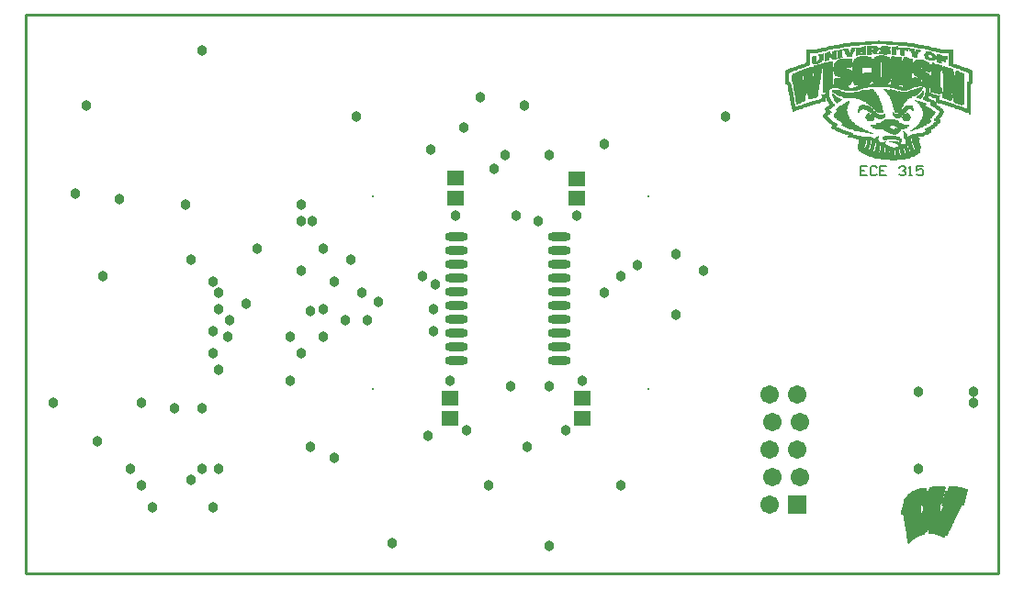
<source format=gts>
G04 Layer_Color=8388736*
%FSLAX25Y25*%
%MOIN*%
G70*
G01*
G75*
%ADD14C,0.01000*%
%ADD17C,0.00200*%
%ADD18C,0.00100*%
%ADD19C,0.00600*%
%ADD44C,0.01194*%
%ADD45R,0.06312X0.05524*%
%ADD46O,0.08280X0.03162*%
%ADD47C,0.06706*%
%ADD48R,0.06706X0.06706*%
%ADD49C,0.03800*%
D14*
X0Y0D02*
X353000D01*
X0D02*
Y203000D01*
X353000D01*
Y0D02*
Y203000D01*
D17*
X325600Y167200D02*
X329600D01*
X316600Y167400D02*
X318600D01*
X325600Y167600D02*
X330000D01*
X325600Y166800D02*
X329400D01*
X307800Y166400D02*
X311600D01*
X314600Y167000D02*
X318400D01*
Y166600D02*
X319400D01*
X307600D02*
X311800D01*
X325600D02*
X329200D01*
X325600Y167000D02*
X329600D01*
X316600Y167200D02*
X318600D01*
X325600Y167400D02*
X329800D01*
X318400Y166800D02*
X319200D01*
X318200Y166400D02*
X319400D01*
X325600D02*
X329000D01*
X308000Y166200D02*
X311600D01*
X318000Y166200D02*
X321000Y166200D01*
X325400Y166200D02*
X328800Y166200D01*
X314400Y181800D02*
X321200Y181800D01*
X322200D02*
X327200D01*
X333000D02*
X336800D01*
X314400Y181600D02*
X321200D01*
X322400D02*
X327600Y181600D01*
X333000Y181600D02*
X336800D01*
X314400Y181400D02*
X321200D01*
X322400D02*
X327800D01*
X333000D02*
X336800D01*
X314400Y181200D02*
X321200D01*
X322600D02*
X328000D01*
X333000D02*
X336800D01*
X314400Y181000D02*
X321200D01*
X323000D02*
X328200D01*
X333000D02*
X337000D01*
X314400Y180800D02*
X321200D01*
X323200D02*
X328200D01*
X333000D02*
X337000D01*
X314400Y180600D02*
X321200D01*
X323400D02*
X328400D01*
X333000D02*
X337000D01*
X314400Y180400D02*
X321200D01*
X323800D02*
X328400D01*
X333000D02*
X337000D01*
X317200Y180200D02*
X321200D01*
X324400D02*
X328400D01*
X333000D02*
X337200D01*
X317200Y180000D02*
X321200Y180000D01*
X321600Y180000D02*
X328400Y180000D01*
X333000D02*
X337200D01*
X317200Y179800D02*
X321200D01*
X325000D02*
X328400D01*
X317200Y179600D02*
X321200D01*
X325200D02*
X328600D01*
X317400Y179400D02*
X321200D01*
X325200D02*
X328600D01*
X307200Y179200D02*
X313600D01*
X317400D02*
X321200D01*
X325400D02*
X328600D01*
X307200Y179000D02*
X313600D01*
X317600D02*
X321200D01*
X325400D02*
X328600D01*
X307400Y178800D02*
X313200D01*
X317600D02*
X321200D01*
X325400D02*
X328600D01*
X307400Y178600D02*
X313200D01*
X317600D02*
X321200D01*
X325400D02*
X328600D01*
X307600Y178400D02*
X313000D01*
X317800D02*
X321200D01*
X325400D02*
X328600D01*
X307800Y178200D02*
X312600D01*
X317800D02*
X321200D01*
X321600D02*
X328600D01*
X307000Y178000D02*
X312600D01*
X317800D02*
X321200D01*
X321600D02*
X328600D01*
X317800Y177800D02*
X321200D01*
X321600D02*
X328400Y177800D01*
X318000Y177600D02*
X328400D01*
X318200Y177400D02*
X328400D01*
X318200Y177200D02*
X323800D01*
X325200D02*
X328400D01*
X326200Y177000D02*
X328200D01*
X313800Y176800D02*
X322000D01*
X326400D02*
X328000D01*
X314400Y176600D02*
X321600D01*
X326400D02*
X327800D01*
X315400Y176400D02*
X321200D01*
X316200Y176200D02*
X320600D01*
X316600Y176000D02*
X320400D01*
X317800Y175800D02*
X319600D01*
X333000Y175400D02*
X335600D01*
X333000Y175200D02*
X335600Y175200D01*
X312400Y175000D02*
X324200D01*
X332800D02*
X335600D01*
X312600Y174800D02*
X324000Y174800D01*
X332800D02*
X335800D01*
X312600Y174600D02*
X323800D01*
X326400D02*
X328200D01*
X332800D02*
X335800D01*
X312800Y174400D02*
X323600Y174400D01*
X326400D02*
X329000Y174400D01*
X332800Y174400D02*
X335800D01*
X313000Y174200D02*
X323200Y174200D01*
X326400Y174200D02*
X330000D01*
X332800D02*
X336000D01*
X310000Y189800D02*
X310600Y189800D01*
X317400Y189800D02*
X318600D01*
X330200D02*
X336200D01*
X309800Y189600D02*
X313800D01*
X317400D02*
X318600D01*
X331400Y189600D02*
X336200Y189600D01*
X309800Y189400D02*
X313800D01*
X317400D02*
X318600D01*
X331800D02*
X336200D01*
X309800Y189200D02*
X313600Y189200D01*
X317400Y189200D02*
X318600D01*
X326200D02*
X329000D01*
X309600Y189000D02*
X313200D01*
X317400D02*
X318600D01*
X326200D02*
X329400D01*
X317200Y188800D02*
X318600D01*
X326000D02*
X329800D01*
X317200Y188600D02*
X318600D01*
X326000D02*
X327400D01*
X309800Y188400D02*
X311400D01*
X317600D02*
X318800D01*
X326000D02*
X327200D01*
X309000Y188200D02*
X312200D01*
X326200D02*
X327200D01*
X308800Y188000D02*
X312400D01*
X326200D02*
X327200D01*
X308400Y187800D02*
X312800D01*
X326200D02*
X327600D01*
X308000Y187600D02*
X313200D01*
X326400D02*
X327800D01*
X308000Y187400D02*
X313200D01*
X326400D02*
X328200D01*
X307600Y187200D02*
X313400D01*
X318400D02*
X321600D01*
X307400Y187000D02*
X313600Y187000D01*
X318400Y187000D02*
X321600D01*
X307200Y186800D02*
X313600D01*
X318400D02*
X321600D01*
X307200Y186600D02*
X313800D01*
X318400D02*
X321600D01*
X307200Y186400D02*
X313800D01*
X318400D02*
X321600D01*
X322600D02*
X326400D01*
X318400Y186200D02*
X321600Y186200D01*
X322200Y186200D02*
X326800D01*
X318400Y186000D02*
X321600D01*
X322200D02*
X327000D01*
X318400Y185800D02*
X321600D01*
X321800D02*
X327400D01*
X318400Y185600D02*
X321600D01*
X321800D02*
X327600D01*
X318400Y185400D02*
X321600D01*
X321800D02*
X327800D01*
X314400Y185200D02*
X318400D01*
X321600D02*
X328200Y185200D01*
X314400Y185000D02*
X318400D01*
X321600D02*
X331400D01*
X314400Y184800D02*
X318400Y184800D01*
X321600Y184800D02*
X332200D01*
X314400Y184600D02*
X318400D01*
X321600D02*
X332200D01*
X314400Y184400D02*
X321200Y184400D01*
X321600Y184400D02*
X332200D01*
X314400Y184200D02*
X321200D01*
X325000D02*
X332200D01*
X314400Y184000D02*
X321200D01*
X325200D02*
X332200D01*
X332800Y184000D02*
X334400Y184000D01*
X314400Y183800D02*
X321200D01*
X325200D02*
X332200D01*
X332800Y183800D02*
X335200Y183800D01*
X314400Y183600D02*
X321200D01*
X325400D02*
X332200D01*
X332800D02*
X335800D01*
X314400Y183400D02*
X321200D01*
X325400D02*
X328400D01*
X332800D02*
X336200D01*
X314400Y183200D02*
X321200D01*
X325400D02*
X328400D01*
X332800D02*
X336200D01*
X314400Y183000D02*
X321200Y183000D01*
X321600Y183000D02*
X328400Y183000D01*
X332800D02*
X336400Y183000D01*
X314400Y182800D02*
X321200D01*
X321600D02*
X328400D01*
X332800D02*
X336400D01*
X314400Y182600D02*
X321200D01*
X326400D02*
X328000D01*
X332800D02*
X336400D01*
X314400Y182400D02*
X321200D01*
X321800D02*
X326400D01*
X332800D02*
X336600D01*
X314400Y182200D02*
X321200D01*
X321800D02*
X326800Y182200D01*
X332800D02*
X336600Y182200D01*
X312200Y192400D02*
X323600D01*
X316600Y192200D02*
X325000D01*
X317800Y192000D02*
X325600D01*
X320000Y191800D02*
X326800D01*
X321600Y191600D02*
X327600D01*
X310400Y191400D02*
X313200D01*
X322400Y191400D02*
X328400D01*
X310000Y191200D02*
X313600Y191200D01*
X316000Y191200D02*
X318600D01*
X323800D02*
X329200D01*
X309800Y191000D02*
X313600D01*
X316000D02*
X320000D01*
X325000D02*
X330400D01*
X309800Y190800D02*
X311600D01*
X316000D02*
X320000D01*
X326400D02*
X331400D01*
X309800Y190600D02*
X312600Y190600D01*
X316000D02*
X320000D01*
X310000Y190400D02*
X313400D01*
X317400D02*
X320000D01*
X327800D02*
X336200D01*
X310200Y190200D02*
X313600D01*
X317400D02*
X318600D01*
X328800D02*
X336200D01*
X302400Y157600D02*
X304600D01*
X302400Y157400D02*
X304600D01*
X302400Y157200D02*
X304600D01*
X302400Y157000D02*
X304600D01*
X302400Y156800D02*
X304600D01*
X302200Y156600D02*
X304600D01*
X302200Y156400D02*
X304600D01*
X302000Y156200D02*
X304400D01*
X302000Y156000D02*
X304400D01*
X302000Y155800D02*
X304400D01*
X302000Y155600D02*
X304400D01*
X302000Y155400D02*
X304200D01*
X302000Y155200D02*
X304000Y155200D01*
X302000Y155000D02*
X304000Y155000D01*
X302000Y154800D02*
X304000D01*
X302000Y154600D02*
X304200D01*
X302000Y154400D02*
X305800D01*
X302200Y154200D02*
X305800D01*
X293800Y165800D02*
X298600D01*
X294000Y165600D02*
X298800D01*
X294200Y165400D02*
X298800D01*
X294400Y165200D02*
X299000D01*
X292600Y163200D02*
X294400Y163200D01*
X297400Y162400D02*
X302400D01*
X292400Y162200D02*
X294600D01*
X298000D02*
X302600D01*
X292800Y162000D02*
X295000D01*
X298600D02*
X303200D01*
X292800Y161800D02*
X295400D01*
X298800Y161800D02*
X303400Y161800D01*
X293400Y161600D02*
X295800Y161600D01*
X299600Y161600D02*
X303800D01*
X293800Y161400D02*
X296400D01*
X300400D02*
X304400D01*
X294000Y161200D02*
X296800Y161200D01*
X300800Y161200D02*
X304600D01*
X294400Y161000D02*
X297400D01*
X301800D02*
X305200D01*
X298400Y159000D02*
X303000D01*
X298400Y158800D02*
X305000D01*
X277200Y173800D02*
X278400D01*
X284000D02*
X287200D01*
X277200Y173600D02*
X278400D01*
X284000D02*
X287000Y173600D01*
X277200Y173400D02*
X278400D01*
X284000Y173400D02*
X287000D01*
X277400Y173200D02*
X278600D01*
X284000D02*
X286800D01*
X277400Y173000D02*
X278600Y173000D01*
X293200D02*
X294600D01*
X277400Y172800D02*
X278600D01*
X293200D02*
X295200D01*
X277400Y172600D02*
X278600Y172600D01*
X293200D02*
X295400D01*
X277400Y172400D02*
X278600D01*
X293400D02*
X296000D01*
X277400Y172200D02*
X278600D01*
X293400D02*
X295800Y172200D01*
X277600Y172000D02*
X278600D01*
X293600D02*
X295400D01*
X277600Y171800D02*
X278800D01*
X286000D02*
X290000D01*
X293800D02*
X295200D01*
X277600Y171600D02*
X278800D01*
X285200D02*
X289400D01*
X293800D02*
X294800D01*
X277600Y171400D02*
X278800D01*
X284400D02*
X288400D01*
X294000D02*
X294600D01*
X277600Y171200D02*
X278800Y171200D01*
X284000Y171200D02*
X288000D01*
X294200D02*
X294400D01*
X277800Y171000D02*
X278800D01*
X283200D02*
X287200D01*
X277800Y170800D02*
X279000D01*
X277800Y170600D02*
X279000D01*
X277800Y170400D02*
X279000D01*
X278000Y170200D02*
X279000D01*
X278000Y170000D02*
X279000Y170000D01*
X278000Y169800D02*
X279000D01*
X278000Y169600D02*
X279200D01*
X278000Y169400D02*
X282000D01*
X278000Y169200D02*
X281600D01*
X278200Y169000D02*
X281000Y169000D01*
X294200D02*
X297800D01*
X278200Y168800D02*
X280400D01*
X294000D02*
X297800D01*
X302000D02*
X303400D01*
X278200Y168600D02*
X280000D01*
X294000D02*
X297800D01*
X302000D02*
X303200D01*
X278200Y168400D02*
X279400D01*
X294400D02*
X297800D01*
X302000D02*
X302800D01*
X278200Y168200D02*
X278800Y168200D01*
X302000Y168200D02*
X302400Y168200D01*
X294400Y168000D02*
X298000D01*
X302000D02*
X302400D01*
X294200Y167800D02*
X298000D01*
X294000Y167600D02*
X298000D01*
X293800Y167400D02*
X298000D01*
X293800Y167200D02*
X298000D01*
X293400Y167000D02*
X298000Y167000D01*
X293400Y166800D02*
X298200D01*
X293200Y166600D02*
X298200D01*
X293200Y166400D02*
X298400D01*
X293400Y166200D02*
X298400D01*
X286000Y181800D02*
X288400D01*
X293200D02*
X303200D01*
X278200Y181600D02*
X282000D01*
X286000D02*
X288400D01*
X293400D02*
X303200D01*
X278200Y181400D02*
X282000D01*
X286000D02*
X288200D01*
X293800D02*
X303200D01*
X278000Y181200D02*
X282000D01*
X286000D02*
X288200D01*
X293800D02*
X303200D01*
X278000Y181000D02*
X281800D01*
X286000D02*
X288200D01*
X294200D02*
X303200Y181000D01*
X278000Y180800D02*
X281600D01*
X285800D02*
X288200D01*
X294800D02*
X303200Y180800D01*
X278000Y180600D02*
X281600D01*
X285800D02*
X288200D01*
X295400D02*
X303200D01*
X278000Y180400D02*
X281600D01*
X285800D02*
X288200D01*
X296600D02*
X303200D01*
X278000Y180200D02*
X281600D01*
X285800D02*
X288200D01*
X296800D02*
X303200D01*
X278000Y180000D02*
X281800Y180000D01*
X285800Y180000D02*
X288200D01*
X293800Y180000D02*
X296200Y180000D01*
X296800D02*
X303200D01*
X278000Y179800D02*
X281800D01*
X285800D02*
X288200D01*
X293600D02*
X296200D01*
X278000Y179600D02*
X281800D01*
X285800D02*
X288000D01*
X293200D02*
X296400D01*
X278000Y179400D02*
X281800D01*
X282000D02*
X288000D01*
X293200D02*
X296400D01*
X278000Y179200D02*
X281800D01*
X282000D02*
X288000D01*
X293200D02*
X296400D01*
X278200Y179000D02*
X281800D01*
X282000D02*
X288000D01*
X293200D02*
X296600D01*
X278400Y178800D02*
X288000D01*
X293200D02*
X299800D01*
X278400Y178600D02*
X281800Y178600D01*
X282000Y178600D02*
X288000D01*
X293200D02*
X299800D01*
X278400Y178400D02*
X288000D01*
X293200D02*
X299400D01*
X278400Y178200D02*
X288000D01*
X293200D02*
X299400D01*
X300600D02*
X306000D01*
X278600Y178000D02*
X287800D01*
X293200D02*
X299200D01*
X300600D02*
X306000D01*
X278600Y177800D02*
X287800D01*
X293200D02*
X299000D01*
X278600Y177600D02*
X287800D01*
X289400D02*
X298800D01*
X278600Y177400D02*
X287800Y177400D01*
X289400D02*
X298400Y177400D01*
X278600Y177200D02*
X287600D01*
X289400D02*
X298400D01*
X278600Y177000D02*
X287600D01*
X289400D02*
X298000D01*
X278600Y176800D02*
X287600D01*
X289200D02*
X297800D01*
X300800D02*
X305400D01*
X278800Y176600D02*
X287600D01*
X294000D02*
X298600D01*
X300200Y176600D02*
X304600Y176600D01*
X278800Y176400D02*
X287600D01*
X295000D02*
X303600D01*
X283600Y176200D02*
X287600D01*
X295800D02*
X302600D01*
X283600Y176000D02*
X287600D01*
X283600Y175800D02*
X287400D01*
X292600D02*
X294400D01*
X283600Y175600D02*
X287400D01*
X292600D02*
X295200Y175600D01*
X283600Y175400D02*
X287400D01*
X292800D02*
X295800D01*
X283600Y175200D02*
X287400D01*
X292800Y175200D02*
X296200Y175200D01*
X283600Y175000D02*
X287400D01*
X293200D02*
X297000D01*
X283800Y174800D02*
X287400D01*
X293400D02*
X298800Y174800D01*
X283800Y174600D02*
X287400D01*
X283800Y174400D02*
X287400D01*
X283800Y174200D02*
X287200D01*
X283400Y189800D02*
X288800D01*
X301400D02*
X304600D01*
X283400Y189600D02*
X287600D01*
X301400D02*
X302800D01*
X283400Y189400D02*
X287200D01*
X301400D02*
X302600D01*
X301400Y189200D02*
X304800D01*
X301400Y189000D02*
X304800D01*
X301400Y188800D02*
X304800D01*
X301400Y188600D02*
X304800D01*
X286000Y188200D02*
X286800D01*
X285600Y188000D02*
X286800D01*
X285200Y187800D02*
X286600D01*
X302000D02*
X306000D01*
X285200Y187600D02*
X286600D01*
X285400Y187400D02*
X286600D01*
X285400Y187200D02*
X286600D01*
X285400Y187000D02*
X286600Y187000D01*
X285400Y186800D02*
X286600D01*
X285400Y186600D02*
X286600Y186600D01*
X285400Y186400D02*
X286600D01*
X294400D02*
X299800D01*
X285400Y186200D02*
X288600D01*
X294000D02*
X299800D01*
X285400Y186000D02*
X288400D01*
X294000D02*
X299800D01*
X285400Y185800D02*
X288000D01*
X293800D02*
X299800D01*
X285600Y185600D02*
X287400D01*
X293600D02*
X299800D01*
X300000D02*
X303200D01*
X285600Y185400D02*
X287200Y185400D01*
X293400D02*
X299800D01*
X300000D02*
X303200Y185400D01*
X293400Y185200D02*
X299800D01*
X300000D02*
X303200Y185200D01*
X293200Y185000D02*
X299800D01*
X300000D02*
X303200D01*
X286400Y184800D02*
X289000Y184800D01*
X293200D02*
X296400D01*
X300000D02*
X303200D01*
X286000Y184600D02*
X289000D01*
X293200D02*
X296200D01*
X300000D02*
X303200D01*
X286000Y184400D02*
X289000D01*
X293200D02*
X296200D01*
X300000D02*
X303200D01*
X285600Y184200D02*
X289000D01*
X293000D02*
X296200D01*
X300000D02*
X303200D01*
X285600Y184000D02*
X289000Y184000D01*
X293000Y184000D02*
X296400Y184000D01*
X300000D02*
X303200Y184000D01*
X278000Y183800D02*
X281400D01*
X285600Y183800D02*
X289000Y183800D01*
X293000D02*
X296600D01*
X300000D02*
X303200Y183800D01*
X277400Y183600D02*
X280600D01*
X285600D02*
X289000D01*
X293000D02*
X297400D01*
X300000D02*
X303200D01*
X276800Y183400D02*
X280000D01*
X285600D02*
X288800D01*
X293000D02*
X298600D01*
X300000D02*
X303200D01*
X276600Y183200D02*
X279600D01*
X285600D02*
X288800D01*
X293000D02*
X298800D01*
X300000D02*
X303200D01*
X276000Y183000D02*
X279000D01*
X285600Y183000D02*
X288800D01*
X293000D02*
X299200D01*
X300000D02*
X303200D01*
X275600Y182800D02*
X278400D01*
X285600D02*
X288600D01*
X293000D02*
X299600D01*
X300000D02*
X303200D01*
X285600Y182600D02*
X288600D01*
X293000D02*
X299800D01*
X300000D02*
X303200D01*
X285600Y182400D02*
X288600D01*
X293200D02*
X299800D01*
X300000D02*
X303200D01*
X285600Y182200D02*
X288600D01*
X293200Y182200D02*
X299800D01*
X300000D02*
X303200Y182200D01*
X294000Y192200D02*
X302400D01*
X293400Y192000D02*
X301200D01*
X292200Y191800D02*
X299000Y191800D01*
X291400Y191600D02*
X297400D01*
X290600Y191400D02*
X296600D01*
X289800Y191200D02*
X295200D01*
X301200D02*
X304800D01*
X301400Y191000D02*
X304800D01*
X301400Y190800D02*
X304800D01*
X301400Y190600D02*
X303400D01*
X283400Y190400D02*
X291000Y190400D01*
X301400D02*
X302600Y190400D01*
X283400Y190200D02*
X290200D01*
X301400D02*
X304600D01*
X341600Y174000D02*
X342600D01*
X342200Y182000D02*
X343400D01*
X313000Y174000D02*
X323000D01*
X326400D02*
X330400D01*
X332800D02*
X336000D01*
X308400Y166000D02*
X311400D01*
X318000Y166000D02*
X321000D01*
X325400D02*
X328800Y166000D01*
X310200Y190000D02*
X313600D01*
X317400D02*
X318600D01*
X329200D02*
X336200D01*
X314400Y182000D02*
X321200D01*
X322000D02*
X327000D01*
X332800D02*
X336600D01*
X283800Y174000D02*
X287200D01*
X293600Y166000D02*
X298600D01*
X283400Y190000D02*
X289800D01*
X301400D02*
X304600D01*
X285800Y182000D02*
X288400D01*
X293200D02*
X303200D01*
X333000Y179800D02*
X340400D01*
X333000Y179600D02*
X340400D01*
X333000Y179400D02*
X340200D01*
X333000Y179200D02*
X340200D01*
X333000Y179000D02*
X340200D01*
X333000Y178800D02*
X340200D01*
X333000Y178600D02*
X340200D01*
X333000Y178400D02*
X340200D01*
X333000Y178200D02*
X340200D01*
X333000Y178000D02*
X340200D01*
X333000Y177800D02*
X340200Y177800D01*
X333000Y177600D02*
X340200D01*
X333000Y177400D02*
X340200D01*
X333000Y177200D02*
X340200D01*
X333000Y177000D02*
X340200D01*
X333000Y176800D02*
X340200D01*
X333000Y176600D02*
X340200Y176600D01*
X333000Y176400D02*
X340200Y176400D01*
X333000Y176200D02*
X340200D01*
X333000Y176000D02*
X340200D01*
X333000Y175800D02*
X340200D01*
X333000Y175600D02*
X340200D01*
X302400Y157800D02*
X309000D01*
X302400Y154000D02*
X307400D01*
X302400Y153800D02*
X307400Y153800D01*
X304000Y152800D02*
X311200D01*
X304400Y152600D02*
X313200D01*
X304600Y152400D02*
X313200D01*
X305200Y152200D02*
X315200D01*
X306000Y151800D02*
X322200D01*
X299800Y158600D02*
X306800D01*
X300400Y158400D02*
X307400D01*
X301400Y158200D02*
X309000D01*
X295000Y173800D02*
X309000D01*
X295800Y173600D02*
X309200Y173600D01*
X296400Y173400D02*
X309200Y173400D01*
X296800Y173200D02*
X309200D01*
X298200Y173000D02*
X309400Y173000D01*
X301200Y172800D02*
X309600D01*
X301800Y172600D02*
X309600D01*
X305800Y170800D02*
X310400D01*
X305800Y170600D02*
X310400D01*
X306000Y170400D02*
X310400D01*
X306400Y170200D02*
X310400D01*
X302400Y169600D02*
X306400D01*
X302400Y169400D02*
X306600D01*
X302200Y169200D02*
X306800D01*
X302200Y169000D02*
X307000D01*
X303800Y180200D02*
X310400D01*
X303800Y180000D02*
X313800D01*
X296800Y179800D02*
X313800D01*
X297000Y179600D02*
X313800D01*
X296800Y179400D02*
X313800D01*
X296800Y179200D02*
X307000D01*
X300200Y179000D02*
X307000D01*
X300200Y178800D02*
X306800D01*
X300400Y178600D02*
X306600D01*
X300400Y178400D02*
X306400D01*
X300800Y177800D02*
X317200D01*
X301200Y177600D02*
X316800D01*
X302000Y177400D02*
X316400D01*
X302200Y177200D02*
X316600D01*
X301400Y177000D02*
X307200D01*
X302400Y175200D02*
X308000D01*
X302000Y175000D02*
X308200D01*
X299200Y174800D02*
X308400D01*
X293600Y174600D02*
X308400D01*
X294000Y174400D02*
X308600D01*
X294200Y174200D02*
X308800D01*
X301600Y187600D02*
X306600D01*
X301400Y187400D02*
X306600D01*
X301000Y187200D02*
X307000D01*
X300800Y187000D02*
X307000D01*
X300600Y186800D02*
X307000D01*
X300600Y186600D02*
X307000D01*
X300400Y186400D02*
X307000D01*
X300400Y186200D02*
X313800D01*
X300400Y186000D02*
X313800D01*
X300200Y185800D02*
X310000D01*
X304800Y193400D02*
X314200D01*
X301800Y193200D02*
X317200D01*
X299400Y193000D02*
X319600D01*
X297800Y192800D02*
X321200D01*
X296800Y192600D02*
X322200D01*
X295400Y192400D02*
X306800D01*
X294600Y174000D02*
X308800D01*
X302400Y158000D02*
X309000D01*
X305800Y152000D02*
X322400D01*
X313000Y190600D02*
X313200D01*
X314400Y190800D02*
X315600D01*
X312800D02*
X313200D01*
X314400Y191000D02*
X315600D01*
X314400Y191200D02*
X315800D01*
X316000Y191400D02*
X316400Y191400D01*
X314200Y191400D02*
X315800D01*
X313400D02*
X313600Y191400D01*
X316000Y191600D02*
X316400D01*
X310600D02*
X312800D01*
X310800Y182200D02*
X314000Y182200D01*
X310800Y182400D02*
X314000D01*
X310800Y182600D02*
X314000D01*
X310800Y182800D02*
X314000D01*
X310800Y183000D02*
X314000D01*
X310800Y183200D02*
X314000D01*
X310800Y183400D02*
X314000D01*
X310800Y183600D02*
X314000D01*
X310800Y183800D02*
X314000D01*
X310800Y184000D02*
X314000D01*
X310800Y184200D02*
X314000D01*
X310800Y184400D02*
X314000D01*
X310800Y184600D02*
X314000D01*
X310800Y184800D02*
X314000D01*
X310800Y185000D02*
X314000D01*
X310800Y185200D02*
X314000D01*
X314400Y185400D02*
X318200D01*
X310600Y185400D02*
X314000Y185400D01*
X314400Y185600D02*
X318200D01*
X310600D02*
X314000D01*
X314200Y185800D02*
X318200D01*
X310600D02*
X314000D01*
Y186000D02*
X318200D01*
X314000Y186200D02*
X318000D01*
X314000Y186400D02*
X318000D01*
X314000Y186600D02*
X317800Y186600D01*
X314000Y186800D02*
X317800D01*
X314000Y187000D02*
X317800D01*
X314000Y187200D02*
X317600D01*
X314000Y187400D02*
X317600D01*
X314000Y187600D02*
X317600D01*
X314400Y187800D02*
X317400D01*
X314400Y188000D02*
X315000D01*
Y188600D02*
X315800D01*
X314400D02*
X314800D01*
X314200Y188800D02*
X315800D01*
X311400D02*
X312200D01*
X314400Y189000D02*
X315600D01*
X314400Y189200D02*
X315600Y189200D01*
X314400Y189400D02*
X315600D01*
X314400Y189600D02*
X315600D01*
X314400Y189800D02*
X315600D01*
X312000D02*
X313800D01*
X316600Y175200D02*
X317600Y175200D01*
X312200Y175200D02*
X316200Y175200D01*
X316600Y175400D02*
X317000D01*
X312000D02*
X316000D01*
X312000Y175600D02*
X315400D01*
X313800Y175800D02*
X314800D01*
X311800D02*
X313200D01*
X313800Y176000D02*
X314000D01*
X311600D02*
X312400D01*
X311400Y176200D02*
X311800D01*
X312000Y177000D02*
X317600D01*
X316600Y177400D02*
X316800D01*
X314000Y178000D02*
X317200D01*
X314000Y178200D02*
X317200D01*
X314000Y178400D02*
X317200D01*
X314000Y178600D02*
X317200Y178600D01*
X314000Y178800D02*
X317200Y178800D01*
X314000Y179000D02*
X317200D01*
X314000Y179200D02*
X317200D01*
X314000Y179400D02*
X317200D01*
X314200Y179600D02*
X317000D01*
X314400Y179800D02*
X317000D01*
X314400Y180000D02*
X317000Y180000D01*
X314400Y180200D02*
X317000D01*
X310600D02*
X314000D01*
X310800Y180400D02*
X314000D01*
X310800Y180600D02*
X314000D01*
X310800Y180800D02*
X314000D01*
X310800Y181000D02*
X314000D01*
X310800Y181200D02*
X314000D01*
X310800Y181400D02*
X314000D01*
X310800Y181600D02*
X314000D01*
X310800Y181800D02*
X314000D01*
X315200Y166200D02*
X317600D01*
X315000Y166400D02*
X317800D01*
X314800Y166600D02*
X318200D01*
X314800Y166800D02*
X318200D01*
X310800D02*
X311800D01*
X311400Y167000D02*
X311800Y167000D01*
X314600Y167200D02*
X315200D01*
X311600D02*
X311800D01*
X314600Y167400D02*
X315000D01*
X315400Y167600D02*
X316000D01*
X314600D02*
X314800D01*
X315200Y167800D02*
X316600D01*
X315200Y168000D02*
X316600D01*
X315200Y168200D02*
X317000D01*
X315200Y168400D02*
X317200D01*
X315200Y168600D02*
X317200D01*
X315000Y168800D02*
X317400D01*
X315000Y169000D02*
X317600Y169000D01*
X315000Y169200D02*
X317800Y169200D01*
X315000Y169400D02*
X317800D01*
X315000Y169600D02*
X317800D01*
X314800Y169800D02*
X318000D01*
X314800Y170000D02*
X318200D01*
X314800Y170200D02*
X318200D01*
X311000Y158200D02*
X317400Y158200D01*
X311000Y158400D02*
X317000D01*
X311000Y158600D02*
X317000D01*
X311200Y158800D02*
X316400D01*
X311600Y159000D02*
X315800D01*
X312600Y159200D02*
X314600D01*
Y159800D02*
X315800D01*
X314000Y160000D02*
X316000D01*
X313600Y160200D02*
X316400Y160200D01*
X313000Y160400D02*
X316600Y160400D01*
X312600Y160600D02*
X316800D01*
X312400Y160800D02*
X317000D01*
X312000Y161000D02*
X317000D01*
X316400Y161200D02*
X317200Y161200D01*
X311800Y161200D02*
X316000D01*
X316400Y161400D02*
X317200D01*
X311400D02*
X316000D01*
X316400Y161600D02*
X317800Y161600D01*
X315400D02*
X316000D01*
X313400D02*
X314200D01*
X315600Y161800D02*
X315800D01*
X313600Y161800D02*
X314000Y161800D01*
X315600Y162000D02*
X315800D01*
X313600D02*
X313800D01*
X310800Y164200D02*
X316800D01*
X310600Y164400D02*
X316600D01*
X311200Y164600D02*
X316400D01*
X311200Y164800D02*
X316000D01*
X311800Y165000D02*
X315400D01*
X312600Y165200D02*
X314200D01*
X315600Y165800D02*
X317000D01*
X313600Y150400D02*
X316000D01*
X312000Y150600D02*
X317200Y150600D01*
X315800Y152400D02*
X317000D01*
X313600D02*
X315000D01*
X315800Y152600D02*
X317000D01*
X313800D02*
X315000D01*
X315600Y152800D02*
X317000D01*
X313800D02*
X315000Y152800D01*
X311800Y152800D02*
X313000D01*
X315600Y153000D02*
X316800D01*
X313800D02*
X315000Y153000D01*
X311800Y153000D02*
X313200D01*
X315600Y153200D02*
X316800D01*
X313800D02*
X315000D01*
X311800D02*
X313200D01*
X315600Y153400D02*
X316800D01*
X313800D02*
X315000D01*
X312000D02*
X313000D01*
X315600Y153600D02*
X316600D01*
X313800D02*
X315000D01*
X312000D02*
X313200D01*
X315600Y153800D02*
X316600D01*
X313800D02*
X315000D01*
X312000D02*
X313200D01*
X313800Y154000D02*
X316600D01*
X312000D02*
X313200D01*
X312000Y154200D02*
X316800Y154200D01*
X311800Y155000D02*
X314400Y155000D01*
X316200Y156200D02*
X317800D01*
X315800Y156400D02*
X317400D01*
X315600Y156600D02*
X317200D01*
X314600Y156800D02*
X316800D01*
X311200D02*
X311800D01*
X313400Y157000D02*
X316400D01*
X311800D02*
X312000D01*
X317000Y157200D02*
X317800D01*
X314000D02*
X315800D01*
X317000Y157400D02*
X317800D01*
X316600Y157600D02*
X317800D01*
X316000Y157800D02*
X317800D01*
X311200D02*
X312400D01*
X323000Y190200D02*
X324600D01*
X320800D02*
X322200D01*
X319600D02*
X320000D01*
X323000Y190400D02*
X324200D01*
X320600D02*
X322200D01*
X320400Y190600D02*
X322200D01*
X320400Y190800D02*
X322200D01*
X320400Y191000D02*
X320600D01*
X319600Y191200D02*
X319800D01*
X321800Y182600D02*
X326000D01*
X321600Y183200D02*
X325000D01*
X321600Y183400D02*
X325000D01*
X321600Y183600D02*
X324800D01*
X321600Y183800D02*
X324800D01*
X321600Y184000D02*
X324800D01*
X321600Y184200D02*
X324800D01*
X318600Y184600D02*
X321200D01*
X318600Y184800D02*
X321200Y184800D01*
X318600Y185000D02*
X321200D01*
X318600Y185200D02*
X321200D01*
X323000Y186600D02*
X325800D01*
X323200Y186800D02*
X325400D01*
X318600Y187400D02*
X320400Y187400D01*
X318600Y187600D02*
X319600D01*
X322200Y187800D02*
X323200D01*
X321600Y188000D02*
X323200D01*
X321600Y188200D02*
X323200D01*
X321800Y188400D02*
X323200D01*
X321800Y188600D02*
X323200D01*
X321800Y188800D02*
X323200D01*
X321800Y189000D02*
X323200D01*
X321600Y189200D02*
X323600Y189200D01*
X321400Y189400D02*
X323800D01*
X321200Y189600D02*
X324000Y189600D01*
X322600Y189800D02*
X324200D01*
X321200D02*
X322400Y189800D01*
X324400Y174200D02*
X325600D01*
X324800Y174400D02*
X325600D01*
X325000Y174600D02*
X325600D01*
X325000Y174800D02*
X325600D01*
X325200Y175000D02*
X325600D01*
X325400Y175200D02*
X325600Y175200D01*
X320200D02*
X324400D01*
X325400Y175400D02*
X325600D01*
X320400D02*
X324600D01*
X321000Y175600D02*
X324800D01*
X321600Y175800D02*
X325000D01*
X322200Y176000D02*
X325000D01*
X322600Y176200D02*
X325000D01*
X323400Y176400D02*
X325200D01*
X324800Y176600D02*
X325200D01*
X324400D02*
X324600D01*
X319200Y177000D02*
X322600D01*
X321600Y178400D02*
X325200D01*
X321600Y178600D02*
X325000Y178600D01*
X321600Y178800D02*
X324800Y178800D01*
X321600Y179000D02*
X324800D01*
X321600Y179200D02*
X324800D01*
X321600Y179400D02*
X324800D01*
X321600Y179600D02*
X324800D01*
X321600Y179800D02*
X324800D01*
X321600Y180200D02*
X324200D01*
X322200Y180400D02*
X323000D01*
X319600Y166400D02*
X320800D01*
X319600Y166600D02*
X320600D01*
X319800Y166800D02*
X320600D01*
X319800Y167000D02*
X320400D01*
X318600D02*
X319200D01*
X319800Y167200D02*
X320200D01*
X319800Y167400D02*
X320000D01*
X321600Y168400D02*
X322000D01*
X321400Y168600D02*
X322000D01*
X321200Y168800D02*
X322000D01*
X320800Y169000D02*
X322000D01*
X318600Y169400D02*
X321800D01*
X319000Y169600D02*
X321800D01*
X319200Y169800D02*
X321600D01*
X319400Y170000D02*
X321600Y170000D01*
X324600Y170200D02*
X326200D01*
X320000D02*
X321200D01*
X323800Y171000D02*
X326200D01*
X323600Y171200D02*
X325600D01*
X323600Y171400D02*
X325200D01*
X323200Y171600D02*
X324400D01*
X323000Y171800D02*
X323800D01*
X322600Y172000D02*
X323000D01*
X324400Y172800D02*
X324800D01*
X323800Y173000D02*
X325000D01*
X323200Y173200D02*
X325000D01*
X323200Y173400D02*
X325200D01*
X323600Y173600D02*
X325200D01*
X324000Y173800D02*
X325400D01*
X321600Y158200D02*
X324000Y158200D01*
X319000D02*
X321000D01*
X318600Y158400D02*
X324000D01*
X318600Y158600D02*
X323800Y158600D01*
X318600Y158800D02*
X323800D01*
X320200Y159000D02*
X324200D01*
X318800D02*
X319800D01*
X320600Y159200D02*
X325600D01*
X318800D02*
X319800D01*
X321000Y159400D02*
X326000Y159400D01*
X318800D02*
X319800Y159400D01*
X318800Y159600D02*
X319600Y159600D01*
X318800Y159800D02*
X319600D01*
X318800Y160000D02*
X319400D01*
X318600Y160200D02*
X319200D01*
X318600Y160400D02*
X319000D01*
X321000Y161000D02*
X321200D01*
X321400Y161200D02*
X321800Y161200D01*
X321600Y161400D02*
X322200D01*
X322000Y161600D02*
X322800D01*
X322200Y161800D02*
X323600D01*
X322400Y162000D02*
X323800D01*
X322600Y162200D02*
X324400D01*
X323000Y162400D02*
X325200D01*
X323200Y162600D02*
X325600Y162600D01*
X323400Y162800D02*
X325800D01*
X323600Y163000D02*
X326200D01*
X319000Y164600D02*
X320200D01*
X318600Y164800D02*
X320400D01*
X319400Y153000D02*
X323800D01*
X319400Y153200D02*
X324200D01*
X319400Y153400D02*
X324200D01*
X321000Y153600D02*
X324200D01*
X319200D02*
X320400D01*
X321000Y153800D02*
X324400D01*
X319200D02*
X320400D01*
X321000Y154000D02*
X324400D01*
X319200D02*
X320400D01*
X322600Y154200D02*
X324400D01*
X321000Y154200D02*
X322200Y154200D01*
X319000D02*
X320200D01*
X322600Y154400D02*
X324400D01*
X320800D02*
X322000D01*
X319000D02*
X320200D01*
X322600Y154600D02*
X324400D01*
X320800D02*
X322000D01*
X319000D02*
X320200D01*
X322600Y154800D02*
X324600D01*
X320600D02*
X321800D01*
X319000D02*
X320000D01*
X322400Y155000D02*
X324600Y155000D01*
X320600Y155000D02*
X321800D01*
X322400Y155200D02*
X324600Y155200D01*
X320400Y155200D02*
X321600Y155200D01*
X322200Y155400D02*
X324600D01*
X320400D02*
X321600D01*
X322200Y155600D02*
X324400D01*
X320400D02*
X321600D01*
X322200Y155800D02*
X324400D01*
X320400D02*
X321400D01*
X322200Y156000D02*
X324400D01*
X320400D02*
X321400D01*
X322000Y156200D02*
X324200D01*
X319000D02*
X321200D01*
X322000Y156400D02*
X324200D01*
X319200D02*
X321200D01*
X321800Y156600D02*
X324000D01*
X319400D02*
X321200D01*
X321800Y156800D02*
X324000D01*
X319400D02*
X321200D01*
X321800Y157000D02*
X324000D01*
X319400D02*
X321200D01*
X321800Y157200D02*
X324000Y157200D01*
X319400D02*
X321200Y157200D01*
X321800Y157400D02*
X324000D01*
X319400Y157400D02*
X321000D01*
X321800Y157600D02*
X324000D01*
X319200D02*
X321000D01*
X321800Y157800D02*
X324000D01*
X319200D02*
X321000D01*
X327000Y190600D02*
X331800D01*
X328800Y182200D02*
X331800D01*
X328800Y182400D02*
X331800D01*
X327200D02*
X328000D01*
X328800Y182600D02*
X332000D01*
X328200D02*
X328400D01*
X328800Y182800D02*
X332000D01*
X328800Y183000D02*
X332200D01*
X328800Y183200D02*
X332200D01*
X328800Y183400D02*
X332200D01*
X333000Y184200D02*
X334200D01*
X333000Y184400D02*
X333400Y184400D01*
X328400Y185200D02*
X330600Y185200D01*
X329000Y185400D02*
X329600D01*
X331800Y185600D02*
X332200D01*
X329000D02*
X329400D01*
X331200Y185800D02*
X332200D01*
X333400Y186000D02*
X333600D01*
X330600Y186000D02*
X332000D01*
X333200Y186200D02*
X333600Y186200D01*
X330600D02*
X332000D01*
X332400Y186400D02*
X333600D01*
X330800D02*
X332000D01*
X330800Y186600D02*
X333600D01*
X327800D02*
X329800Y186600D01*
X330800Y186800D02*
X333600D01*
X327600D02*
X329800Y186800D01*
X333800Y187000D02*
X334200Y187000D01*
X330800Y187000D02*
X333600D01*
X327000Y187000D02*
X330200Y187000D01*
X333400Y187200D02*
X334200D01*
X330800D02*
X332800D01*
X326800D02*
X330200D01*
X332400Y187400D02*
X334200D01*
X330800D02*
X332000Y187400D01*
X328800Y187400D02*
X330200D01*
X332200Y187600D02*
X334200D01*
X330800D02*
X332000Y187600D01*
X329000Y187600D02*
X330200D01*
X330800Y187800D02*
X334200D01*
X329000D02*
X330200D01*
X334000Y188000D02*
X334200D01*
X330800D02*
X333600D01*
X329000D02*
X330200D01*
X330800Y188200D02*
X333200D01*
X329000D02*
X330200D01*
X330800Y188400D02*
X332400D01*
X328800D02*
X330000D01*
X330600Y188600D02*
X331600D01*
X328400D02*
X329800D01*
X330600Y188800D02*
X331200D01*
X326600Y189400D02*
X328600D01*
X326800Y189600D02*
X328200D01*
X331000Y174400D02*
X331800D01*
X330200Y174600D02*
X332200D01*
X329800Y174800D02*
X332200Y174800D01*
X326600D02*
X327800D01*
X329000Y175000D02*
X332200D01*
X326600D02*
X327800D01*
X328400Y175200D02*
X332200Y175200D01*
X326600D02*
X327800D01*
X328400Y175400D02*
X332200D01*
X326800D02*
X327800D01*
X328400Y175600D02*
X332200D01*
X326800D02*
X327800D01*
X328400Y175800D02*
X332200D01*
X326800D02*
X327800D01*
X328400Y176000D02*
X332200D01*
X326800D02*
X327800D01*
X328400Y176200D02*
X332200D01*
X326800D02*
X327800D01*
X328400Y176400D02*
X332200Y176400D01*
X326600D02*
X327800D01*
X328400Y176600D02*
X332000Y176600D01*
X328400Y176800D02*
X332000D01*
X328600Y177000D02*
X331800D01*
X328800Y177200D02*
X331800D01*
X328800Y177400D02*
X331800D01*
X328800Y177600D02*
X331800D01*
X328800Y177800D02*
X331800D01*
X328800Y178000D02*
X331800D01*
X328800Y178200D02*
X331800D01*
X328800Y178400D02*
X331800D01*
X328800Y178600D02*
X331800D01*
X328800Y178800D02*
X331800D01*
X328800Y179000D02*
X331800D01*
X328800Y179200D02*
X331800D01*
X328800Y179400D02*
X331800D01*
X328800Y179600D02*
X331800D01*
X336600Y172600D02*
X340200Y172600D01*
X336600Y172800D02*
X340200D01*
X336400Y173000D02*
X340200Y173000D01*
X336400Y173200D02*
X340200D01*
X336400Y173400D02*
X340200Y173400D01*
X336200Y173600D02*
X340200D01*
X336200Y173800D02*
X340200D01*
X341600Y171400D02*
X342600D01*
X341600Y171200D02*
X342600D01*
X341600Y171000D02*
X342600D01*
X341600Y170800D02*
X342600Y170800D01*
X341600Y170600D02*
X342600Y170600D01*
X341600Y170400D02*
X342600Y170400D01*
X341600Y170200D02*
X342600D01*
X341600Y170000D02*
X342600D01*
X341600Y169800D02*
X342600D01*
X341600Y169600D02*
X342600D01*
X341600Y169400D02*
X342600D01*
X341600Y169200D02*
X342600Y169200D01*
X341600Y169000D02*
X342600Y169000D01*
X338600Y168800D02*
X342600D01*
X339000Y168600D02*
X342600D01*
X339600Y168400D02*
X342600D01*
X340200Y168200D02*
X342600D01*
X340800Y168000D02*
X342600D01*
X341000Y167800D02*
X342600D01*
X341600Y167600D02*
X342600Y167600D01*
X342200Y167400D02*
X342600D01*
X342400Y167200D02*
X342600D01*
X342200Y181800D02*
X343400Y181800D01*
X342200Y181600D02*
X343400D01*
X342200Y181400D02*
X343400D01*
X342200Y181200D02*
X343400D01*
X342200Y181000D02*
X343400D01*
X342200Y180800D02*
X343400D01*
X342200Y180600D02*
X343400D01*
X342200Y180400D02*
X343400D01*
X342200Y180200D02*
X343400D01*
X342200Y180000D02*
X343400Y180000D01*
X342200Y179800D02*
X343400D01*
X342200Y179600D02*
X343400D01*
X342200Y179400D02*
X343400D01*
X342200Y179200D02*
X343400D01*
X342200Y179000D02*
X343400D01*
X342000Y178800D02*
X343400D01*
X341600Y178600D02*
X343400D01*
X341600Y178400D02*
X343200D01*
X341600Y178200D02*
X343000D01*
X341600Y178000D02*
X342800Y178000D01*
X341600Y177800D02*
X342600Y177800D01*
X341600Y177600D02*
X342600D01*
X341600Y177400D02*
X342600D01*
X341600Y177200D02*
X342600D01*
X341600Y177000D02*
X342600D01*
X341600Y176800D02*
X342600D01*
X341600Y176600D02*
X342600Y176600D01*
X341600Y176400D02*
X342600Y176400D01*
X341600Y176200D02*
X342600D01*
X341600Y176000D02*
X342600D01*
X341600Y175800D02*
X342600D01*
X341600Y175600D02*
X342600D01*
X341600Y175400D02*
X342600D01*
X341600Y175200D02*
X342600Y175200D01*
X341600Y175000D02*
X342600Y175000D01*
X341600Y174800D02*
X342600Y174800D01*
X341600Y174600D02*
X342600D01*
X341600Y174400D02*
X342600D01*
X341600Y174200D02*
X342600D01*
X339400Y183200D02*
X342400D01*
X340000Y183000D02*
X343000D01*
X340400Y182800D02*
X343400D01*
X340800Y182600D02*
X343400D01*
X341400Y182400D02*
X343400D01*
X342000Y182200D02*
X343400D01*
X308400Y156600D02*
X311800Y156600D01*
X308600Y156400D02*
X311800D01*
X308600Y156200D02*
X311800D01*
X308600Y156000D02*
X312000Y156000D01*
X316600D02*
X320200Y156000D01*
X308600Y155800D02*
X312200D01*
X316600D02*
X320200D01*
X310200Y155600D02*
X312600D01*
X317000D02*
X320000D01*
X310400Y155400D02*
X313200D01*
X316600D02*
X319800D01*
X310400Y155200D02*
X313600D01*
X316400D02*
X319800D01*
X310400Y155000D02*
X311400Y155000D01*
X315600Y155000D02*
X319800D01*
X310400Y154800D02*
X311400D01*
X312000D02*
X318600D01*
X310400Y154600D02*
X311400D01*
X312000D02*
X318400D01*
X310400Y154400D02*
X311400D01*
X312000D02*
X318400D01*
X310200Y154200D02*
X311400D01*
X317200D02*
X318400D01*
X310200Y154000D02*
X311400D01*
X317200D02*
X318400D01*
X310200Y153800D02*
X311200Y153800D01*
X317200D02*
X318400Y153800D01*
X310000Y153600D02*
X311200D01*
X317400D02*
X318600D01*
X310000Y153400D02*
X311200D01*
X317400D02*
X318600D01*
X310000Y153200D02*
X311200D01*
X317400D02*
X318600D01*
X309800Y153000D02*
X311200D01*
X317600D02*
X318800D01*
X317600Y152800D02*
X323600D01*
X317600Y152600D02*
X323200D01*
X317600Y152400D02*
X323200D01*
X315600Y152200D02*
X322800D01*
X306600Y151600D02*
X321600D01*
X307400Y151400D02*
X321000D01*
X308000Y151200D02*
X320600D01*
X309000Y151000D02*
X320000D01*
X310200Y150800D02*
X319000D01*
X308600Y165800D02*
X311200D01*
X318000D02*
X321000D01*
X325400D02*
X328600D01*
X309000Y165600D02*
X311000D01*
X318000D02*
X321000D01*
X325200D02*
X328400D01*
X309400Y165400D02*
X310600D01*
X318200D02*
X320800D01*
X325200D02*
X328000D01*
X318200Y165200D02*
X320600D01*
X325200D02*
X327800D01*
X318400Y165000D02*
X320600D01*
X325000D02*
X328000D01*
X325000Y164800D02*
X328200D01*
X324800Y164600D02*
X328400Y164600D01*
X324800Y164400D02*
X328400D01*
X324600Y164200D02*
X328000D01*
X310400Y164000D02*
X316800D01*
X324400D02*
X327800D01*
X310000Y163800D02*
X317000Y163800D01*
X324400D02*
X327600Y163800D01*
X308600Y163600D02*
X317600D01*
X324200D02*
X327200D01*
X308600Y163400D02*
X318400D01*
X324000Y163400D02*
X326800D01*
X308600Y163200D02*
X318400D01*
X323800D02*
X326800D01*
X306600Y163000D02*
X320400D01*
X306800Y162800D02*
X313800D01*
X315200D02*
X320200D01*
X306800Y162600D02*
X313600D01*
X315600D02*
X320200Y162600D01*
X307200Y162400D02*
X313200D01*
X316000D02*
X319800D01*
X307400Y162200D02*
X313200D01*
X316200D02*
X319600D01*
X307800Y162000D02*
X313000D01*
X316400D02*
X319000D01*
X308200Y161800D02*
X313000D01*
X316400D02*
X318600D01*
X309800Y161600D02*
X313000D01*
X326400D02*
X328600D01*
X326400Y161400D02*
X328200D01*
X318400Y160800D02*
X318600Y160800D01*
X318400Y160600D02*
X318600D01*
X326400D02*
X328400D01*
X325600Y160400D02*
X328200Y160400D01*
X324600Y160200D02*
X327800D01*
X323200Y160000D02*
X327400D01*
X322600Y159800D02*
X327200D01*
X321800Y159600D02*
X326800D01*
X313200Y173800D02*
X322600D01*
X326200D02*
X331400D01*
X332800D02*
X336000D01*
X313400Y173600D02*
X322000D01*
X326200D02*
X327200D01*
X332800Y173600D02*
X336000Y173600D01*
X313600Y173400D02*
X321400Y173400D01*
X326000D02*
X327200D01*
X332800Y173400D02*
X336000Y173400D01*
X313600Y173200D02*
X321200D01*
X326000D02*
X327200D01*
X332800D02*
X336000D01*
X313600Y173000D02*
X320800D01*
X325800D02*
X327000D01*
X332800D02*
X336000D01*
X313800Y172800D02*
X320400D01*
X325800D02*
X327600D01*
X333200D02*
X336000D01*
X313800Y172600D02*
X320200Y172600D01*
X325600Y172600D02*
X327800D01*
X333600Y172600D02*
X336000Y172600D01*
X314000Y172400D02*
X319800D01*
X325600D02*
X328400D01*
X334400D02*
X336000D01*
X314000Y172200D02*
X319600Y172200D01*
X326200Y172200D02*
X329000D01*
X314000Y172000D02*
X319600D01*
X326400D02*
X329200D01*
X314200Y171800D02*
X319200D01*
X314400Y171600D02*
X319000D01*
X314400Y171400D02*
X319000D01*
X330600Y171400D02*
X334800Y171400D01*
X314400Y171200D02*
X318800D01*
X331000Y171200D02*
X335000Y171200D01*
X314400Y171000D02*
X318600D01*
X331800D02*
X335800D01*
X314600Y170800D02*
X318400D01*
X324200D02*
X326600D01*
X332800Y170800D02*
X336400Y170800D01*
X314600Y170600D02*
X318400D01*
X324200D02*
X326600D01*
X333000D02*
X336800D01*
X314600Y170400D02*
X318400D01*
X324400D02*
X326400D01*
X333800D02*
X337400D01*
X306600Y170000D02*
X310600D01*
X324800D02*
X326400D01*
X307000Y169800D02*
X310600D01*
X324800D02*
X326800D01*
X307200Y169600D02*
X310600D01*
X325000D02*
X327000D01*
X307400Y169400D02*
X310600D01*
X325000D02*
X327600D01*
X307400Y169200D02*
X310600Y169200D01*
X318400Y169200D02*
X321800D01*
X325200D02*
X327600D01*
X307800Y169000D02*
X310800D01*
X318200D02*
X320400D01*
X325200D02*
X328200D01*
X308000Y168800D02*
X310800D01*
X318000D02*
X320000D01*
X325200D02*
X328400D01*
X308000Y168600D02*
X310800D01*
X317800D02*
X319800D01*
X325400D02*
X328800D01*
X308400Y168400D02*
X311000Y168400D01*
X317800D02*
X319600D01*
X325400D02*
X329000D01*
X308400Y168200D02*
X311000Y168200D01*
X317600D02*
X319400D01*
X325600D02*
X329200Y168200D01*
X308600Y168000D02*
X311000D01*
X317200D02*
X319200D01*
X325600D02*
X329600D01*
X309000Y167800D02*
X311000Y167800D01*
X341600Y172200D02*
X342600Y172200D01*
X341600Y172000D02*
X342600Y172000D01*
X341600Y171800D02*
X342600D01*
X341600Y171600D02*
X342600D01*
X341600Y172400D02*
X342600D01*
X341600Y172600D02*
X342600D01*
X341600Y172800D02*
X342600D01*
X341600Y173000D02*
X342600D01*
X341600Y173200D02*
X342600D01*
X341600Y173400D02*
X342600Y173400D01*
X341600Y173600D02*
X342600Y173600D01*
X341600Y173800D02*
X342600D01*
X275600Y182000D02*
X276800D01*
X277200Y174000D02*
X278200D01*
X282200Y182000D02*
X285400D01*
X279200D02*
X282000D01*
X279000Y174000D02*
X283000D01*
X289400Y182000D02*
X292600D01*
X293400Y190000D02*
X294200D01*
X289600Y166000D02*
X291000D01*
X292800Y174000D02*
X293200D01*
X288800D02*
X291400D01*
X299400Y190000D02*
X300400D01*
X297000D02*
X298600D01*
X294600D02*
X296000D01*
X304200Y182000D02*
X310000D01*
X305400Y190000D02*
X309000D01*
X304800Y166000D02*
X307800D01*
X310800Y182000D02*
X314000D01*
X314400Y190000D02*
X315600D01*
X315600Y158000D02*
X317600D01*
X311000D02*
X313000D01*
X315600Y166000D02*
X317200D01*
X328800Y179800D02*
X331800D01*
X328800Y180000D02*
X331800D01*
X328800Y180200D02*
X331800D01*
X328800Y180400D02*
X331800D01*
X328800Y180600D02*
X331800D01*
X328800Y180800D02*
X331800D01*
X328800Y181000D02*
X331800D01*
X328800Y181200D02*
X331800D01*
X328800Y181400D02*
X331800D01*
X328800Y181600D02*
X331800D01*
X328800Y181800D02*
X331800D01*
X330600Y166200D02*
X332000D01*
X330800Y166400D02*
X332200D01*
X331000Y166600D02*
X332200D01*
X331000Y166800D02*
X332400D01*
X331200Y167000D02*
X332400D01*
X331400Y167200D02*
X332600D01*
X331400Y167400D02*
X332800D01*
X331600Y167600D02*
X332800D01*
X331600Y167800D02*
X333000D01*
X331800Y168000D02*
X333000D01*
X331600Y168200D02*
X333000D01*
X331400Y168400D02*
X332800D01*
X331000Y168600D02*
X332600D01*
X330800Y168800D02*
X332400D01*
X330600Y169000D02*
X332200D01*
X330200Y169200D02*
X332000D01*
X330000Y169400D02*
X331800D01*
X329800Y169600D02*
X331600D01*
X329400Y169800D02*
X331400D01*
X329200Y170000D02*
X331000Y170000D01*
X328800Y170200D02*
X330800D01*
X328400Y170400D02*
X330400Y170400D01*
X328200Y170600D02*
X330200D01*
X328400Y170800D02*
X330000D01*
X328600Y171000D02*
X330000D01*
X328400Y171200D02*
X330200D01*
X328200Y171400D02*
X330400D01*
X330400Y171600D02*
X333800D01*
X327600D02*
X329800D01*
X330400Y171800D02*
X333000D01*
X327000D02*
X329600D01*
X330400Y172000D02*
X332400D01*
X330400Y172200D02*
X331800D01*
X330400Y172400D02*
X331400D01*
X330400Y172600D02*
X331400Y172600D01*
X330400Y172800D02*
X331400D01*
X330000Y173000D02*
X331400D01*
X329000Y173200D02*
X331400D01*
X328600Y173400D02*
X331400Y173400D01*
X327600Y173600D02*
X331600D01*
X326600Y160800D02*
X328200D01*
X326800Y161000D02*
X328200D01*
X326600Y161200D02*
X328000D01*
X326800Y161800D02*
X329000Y161800D01*
X327000Y162000D02*
X329200D01*
X327400Y162200D02*
X329600D01*
X327800Y162400D02*
X329800D01*
X328200Y162600D02*
X330000D01*
X328400Y162800D02*
X330200D01*
X328800Y163000D02*
X330400D01*
X329000Y163200D02*
X330800D01*
X329200Y163400D02*
X330800D01*
X329400Y163600D02*
X331000D01*
X329600Y163800D02*
X331400D01*
X329800Y164000D02*
X331400D01*
X330000Y164200D02*
X331600D01*
X330200Y164400D02*
X331800D01*
X330000Y164600D02*
X331800D01*
X329800Y164800D02*
X331800Y164800D01*
X329600Y165000D02*
X331600D01*
X329800Y165200D02*
X331400D01*
X329800Y165400D02*
X331400D01*
X330200Y165600D02*
X331600D01*
X330200Y165800D02*
X331800D01*
X337200Y182200D02*
X339400Y182200D01*
X337200Y182400D02*
X338800D01*
X337600Y182600D02*
X338200D01*
X337600Y182800D02*
X338000D01*
X339000Y183400D02*
X342200D01*
X338400Y183600D02*
X341600D01*
X337800Y183800D02*
X341000D01*
X337000Y184000D02*
X340400D01*
X336800Y184200D02*
X340000D01*
X336000Y184400D02*
X339400Y184400D01*
X335400Y184600D02*
X338800D01*
X335000Y184800D02*
X338400Y184800D01*
X335000Y185000D02*
X337800D01*
X335000Y185200D02*
X337200Y185200D01*
X335000Y185400D02*
X336400D01*
X335000Y185600D02*
X336200D01*
X335000Y185800D02*
X336200D01*
X335000Y186000D02*
X336200Y186000D01*
X335000Y186200D02*
X336200Y186200D01*
X335000Y186400D02*
X336200D01*
X335000Y186600D02*
X336200D01*
X335000Y186800D02*
X336200D01*
X335000Y187000D02*
X336200D01*
X335000Y187200D02*
X336200D01*
X335000Y187400D02*
X336200Y187400D01*
X335000Y187600D02*
X336200Y187600D01*
X335000Y187800D02*
X336200D01*
X335000Y188000D02*
X336200D01*
X335000Y188200D02*
X336200D01*
X335000Y188400D02*
X336200D01*
X335000Y188600D02*
X336200D01*
X335000Y188800D02*
X336200D01*
X335000Y189000D02*
X336200D01*
X335000Y189200D02*
X336200Y189200D01*
Y174200D02*
X340200D01*
X336200Y174400D02*
X340200D01*
X336000Y174600D02*
X340200D01*
X336000Y174800D02*
X340200Y174800D01*
X335800Y175000D02*
X340200D01*
X335800Y175200D02*
X340200D01*
X335800Y175400D02*
X340200D01*
X337400Y180000D02*
X340400D01*
X337400Y180200D02*
X340400D01*
X337400Y180400D02*
X340400D01*
X337200Y180600D02*
X340400D01*
X337200Y180800D02*
X340400Y180800D01*
X337200Y181000D02*
X340400Y181000D01*
X337200Y181200D02*
X340400D01*
X337200Y181400D02*
X340400D01*
X337200Y181600D02*
X340400D01*
X337200Y181800D02*
X340200D01*
X338000Y169000D02*
X341200D01*
X337400Y169200D02*
X340600D01*
X337000Y169400D02*
X340200D01*
X336400Y169600D02*
X339600D01*
X335600Y169800D02*
X339000D01*
X335400Y170000D02*
X338800D01*
X334600Y170200D02*
X338200D01*
X339400Y170400D02*
X339800D01*
X340000Y170600D02*
X340200D01*
X338800D02*
X339800D01*
X338400Y170800D02*
X340200Y170800D01*
X338000Y171000D02*
X340200D01*
X337400Y171200D02*
X340200D01*
X337000Y171400D02*
X340200D01*
X337000Y171600D02*
X340200D01*
X336800Y171800D02*
X340200D01*
X336800Y172000D02*
X340200D01*
X335200D02*
X335600D01*
X336800Y172200D02*
X340200Y172200D01*
X335000Y172200D02*
X335600Y172200D01*
X336800Y172400D02*
X340200D01*
X323000Y190000D02*
X324600D01*
X321000D02*
X322400D01*
X321800Y158000D02*
X324200D01*
X319200D02*
X321000D01*
X324400Y174000D02*
X325400D01*
X328800Y182000D02*
X331800D01*
X330400Y166000D02*
X331800D01*
X337200Y182000D02*
X339600D01*
X336200Y174000D02*
X340200D01*
X275600Y182200D02*
X277000D01*
X275600Y182400D02*
X277600D01*
X275600Y182600D02*
X278200D01*
X277000Y174200D02*
X278200D01*
X277000Y174400D02*
X278200D01*
X277000Y174600D02*
X278200D01*
X277000Y174800D02*
X278200Y174800D01*
X277000Y175000D02*
X278200D01*
X277000Y175200D02*
X278200Y175200D01*
X276800Y175400D02*
X278000D01*
X276800Y175600D02*
X278000D01*
X276800Y175800D02*
X278000D01*
X276800Y176000D02*
X278000D01*
X276800Y176200D02*
X278000D01*
X276800Y176400D02*
X278000D01*
X276800Y176600D02*
X277800Y176600D01*
X276600Y176800D02*
X277800D01*
X276600Y177000D02*
X277800D01*
X276600Y177200D02*
X277600D01*
X276600Y177400D02*
X277600Y177400D01*
X276400Y177600D02*
X277600D01*
X276200Y177800D02*
X277600D01*
X276000Y178000D02*
X277400D01*
X275800Y178200D02*
X277400D01*
X275600Y178400D02*
X277200D01*
X275600Y178600D02*
X277000D01*
X275600Y178800D02*
X276800D01*
X275600Y179000D02*
X276800D01*
X275600Y179200D02*
X276800D01*
X275600Y179400D02*
X276800D01*
X275600Y179600D02*
X276800Y179600D01*
X275600Y179800D02*
X276800D01*
X275600Y180000D02*
X276800D01*
X275600Y180200D02*
X276800D01*
X275600Y180400D02*
X276800D01*
X275600Y180600D02*
X276800D01*
X275600Y180800D02*
X276800Y180800D01*
X275600Y181000D02*
X276800Y181000D01*
X275600Y181200D02*
X276800D01*
X275600Y181400D02*
X276800D01*
X275600Y181600D02*
X276800D01*
X275600Y181800D02*
X276800D01*
X282200Y182200D02*
X285400Y182200D01*
X279400Y182200D02*
X282000D01*
X282200Y182400D02*
X285400D01*
X280000D02*
X282000D01*
X282200Y182600D02*
X285400D01*
X280600D02*
X282000D01*
X282200Y182800D02*
X285400D01*
X281000D02*
X282000D01*
X282200Y183000D02*
X285400D01*
X281600D02*
X282000D01*
X282400Y183200D02*
X285400D01*
X282400Y183400D02*
X285400D01*
X283200Y183600D02*
X285400D01*
X283600Y183800D02*
X285400D01*
X284400Y184000D02*
X285400D01*
X278600D02*
X282000D01*
X284800Y184200D02*
X285400D01*
X279000D02*
X282400D01*
X279600Y184400D02*
X283000D01*
X280200Y184600D02*
X283600D01*
X280600Y184800D02*
X284000Y184800D01*
X281200Y185000D02*
X284400D01*
X281800Y185200D02*
X284400D01*
X282600Y185400D02*
X284400Y185400D01*
X283000Y185600D02*
X284400D01*
X283400Y185800D02*
X284400D01*
X283400Y186000D02*
X284400Y186000D01*
X283400Y186200D02*
X284400Y186200D01*
X283400Y186400D02*
X284400D01*
X283400Y186600D02*
X284400D01*
X283400Y186800D02*
X284400D01*
X283400Y187000D02*
X284400D01*
X283400Y187200D02*
X284400D01*
X283400Y187400D02*
X284400Y187400D01*
X283400Y187600D02*
X284400Y187600D01*
X283400Y187800D02*
X284400D01*
X283400Y188000D02*
X284400D01*
X283400Y188200D02*
X284400D01*
X283400Y188400D02*
X284400D01*
X283400Y188600D02*
X284400D01*
X283400Y188800D02*
X284400D01*
X283400Y189000D02*
X284400D01*
X283400Y189200D02*
X284400Y189200D01*
X279000Y174200D02*
X283000D01*
X279000Y174400D02*
X283000Y174400D01*
X279000Y174600D02*
X283200D01*
X279000Y174800D02*
X283200D01*
X279000Y175000D02*
X283200D01*
X279000Y175200D02*
X283200D01*
X279000Y175400D02*
X283200D01*
X278800Y175600D02*
X283200D01*
X278800Y175800D02*
X283200D01*
X278800Y176000D02*
X283200D01*
X278800Y176200D02*
X283400D01*
X282200Y179600D02*
X285600Y179600D01*
X282200Y179800D02*
X285600D01*
X282200Y180000D02*
X285600D01*
X282200Y180200D02*
X285600D01*
X282200Y180400D02*
X285600D01*
X282200Y180600D02*
X285400D01*
X282200Y180800D02*
X285400D01*
X282200Y181000D02*
X285400D01*
X282200Y181200D02*
X285400D01*
X282200Y181400D02*
X285400D01*
X282200Y181600D02*
X285400D01*
X282200Y181800D02*
X285400D01*
X278600D02*
X282000Y181800D01*
X279400Y169600D02*
X282600D01*
X280000Y169800D02*
X283400D01*
X280200Y170000D02*
X283600D01*
X280800Y170200D02*
X284400D01*
X281600Y170400D02*
X285200D01*
X282200Y170600D02*
X286000D01*
X282600Y170800D02*
X286200Y170800D01*
X279600Y170800D02*
X280000Y170800D01*
X279600Y171000D02*
X280400D01*
X279600Y171200D02*
X281000D01*
X279600Y171400D02*
X281400D01*
X279600Y171600D02*
X282000D01*
X279400Y171800D02*
X282400D01*
X279400Y172000D02*
X282600Y172000D01*
X279400Y172200D02*
X282600Y172200D01*
X279400Y172400D02*
X282600D01*
X284000Y172600D02*
X284800Y172600D01*
X279400Y172600D02*
X282800D01*
X284000Y172800D02*
X285400D01*
X279400D02*
X282800D01*
X284000Y173000D02*
X286000D01*
X279400D02*
X282800D01*
X279200Y173200D02*
X282800D01*
X279200Y173400D02*
X282800D01*
X279200Y173600D02*
X282800D01*
X279200Y173800D02*
X282800D01*
X287200Y190600D02*
X292000D01*
X287600Y190800D02*
X292600D01*
X288600Y191000D02*
X294000D01*
X289400Y182200D02*
X292600D01*
X289400Y182400D02*
X292600D01*
X289400Y182600D02*
X292600D01*
X289400Y182800D02*
X292600D01*
X289400Y183000D02*
X292600D01*
X289400Y183200D02*
X292600D01*
X289200Y183400D02*
X292600D01*
X289200Y183600D02*
X292600D01*
X289200Y183800D02*
X292600D01*
X289200Y184000D02*
X292600D01*
X289200Y184200D02*
X292600D01*
X289200Y184400D02*
X292800Y184400D01*
X289200Y184600D02*
X292800D01*
X289200Y184800D02*
X292800Y184800D01*
X289200Y185000D02*
X292800D01*
X287200D02*
X289000D01*
X288000Y185200D02*
X292800Y185200D01*
X289600Y185400D02*
X292800D01*
X288600D02*
X289200D01*
X289600Y185600D02*
X292800D01*
X290200Y185800D02*
X292800D01*
X291200Y186000D02*
X292800D01*
X291800Y186200D02*
X292800D01*
X290000Y186400D02*
X290400D01*
X287200D02*
X288800D01*
X290000Y186600D02*
X291400D01*
X287600Y186600D02*
X289000D01*
X290000Y186800D02*
X291400D01*
X287800D02*
X289200D01*
X292600Y187000D02*
X292800Y187000D01*
X290000D02*
X291200Y187000D01*
X288000D02*
X289200D01*
X292600Y187200D02*
X294000D01*
X290000D02*
X291200D01*
X288000D02*
X289200D01*
X292200Y187400D02*
X294200Y187400D01*
X290000D02*
X291200D01*
X288000D02*
X289200Y187400D01*
X292200Y187600D02*
X294000Y187600D01*
X290000D02*
X291200D01*
X288000D02*
X289200Y187600D01*
X291800Y187800D02*
X294000D01*
X290000D02*
X291200D01*
X288000D02*
X289200D01*
X291400Y188000D02*
X294000D01*
X290000D02*
X291200D01*
X288000D02*
X289200D01*
X290000Y188200D02*
X294000Y188200D01*
X288000D02*
X289200D01*
X290000Y188400D02*
X294000Y188400D01*
X287600D02*
X289200D01*
X292800Y188600D02*
X294000D01*
X290000D02*
X292600D01*
X287800D02*
X289200D01*
X292800Y188800D02*
X294000D01*
X290000D02*
X292600D01*
X288200D02*
X289400D01*
X292800Y189000D02*
X294000D01*
X290000D02*
X292000D01*
X289200D02*
X289400D01*
X292800Y189200D02*
X294000D01*
X290000D02*
X291800D01*
X292800Y189400D02*
X294000D01*
X290800D02*
X291800D01*
X292800Y189600D02*
X294000Y189600D01*
X291400Y189600D02*
X291800Y189600D01*
X292600Y189800D02*
X294000D01*
X292800Y174200D02*
X293200D01*
X289000D02*
X291400D01*
X292800Y174400D02*
X293000D01*
X290000D02*
X291400D01*
X290200Y174600D02*
X291200D01*
X290200Y174800D02*
X291200D01*
X290200Y175000D02*
X291200D01*
X289200D02*
X289400D01*
X289200Y175200D02*
X291400Y175200D01*
X289200Y175400D02*
X291400D01*
X289200Y175600D02*
X291400Y175600D01*
X289200Y175800D02*
X291400Y175800D01*
X289200Y176000D02*
X291800D01*
X289200Y176200D02*
X291800D01*
X289200Y176400D02*
X292200D01*
X289200Y176600D02*
X293200D01*
X289400Y177800D02*
X292800Y177800D01*
X289400Y178000D02*
X292800D01*
X289400Y178200D02*
X292800D01*
X289400Y178400D02*
X292600D01*
X289400Y178600D02*
X292600D01*
X289400Y178800D02*
X292600D01*
X289400Y179000D02*
X292600D01*
X289400Y179200D02*
X292600D01*
X289400Y179400D02*
X292600D01*
X289400Y179600D02*
X292600D01*
X289400Y179800D02*
X292600D01*
X289400Y180000D02*
X292600Y180000D01*
X289400Y180200D02*
X292600D01*
X289400Y180400D02*
X292600D01*
X289400Y180600D02*
X292600D01*
X289400Y180800D02*
X292600D01*
X289400Y181000D02*
X292600D01*
X289400Y181200D02*
X292600D01*
X289400Y181400D02*
X292600D01*
X289400Y181600D02*
X292600D01*
X289400Y181800D02*
X292600D01*
X289400Y166200D02*
X290800D01*
X289200Y166400D02*
X290600D01*
X289200Y166600D02*
X290800D01*
X289400Y166800D02*
X291000D01*
X289600Y167000D02*
X291400D01*
X289800Y167200D02*
X291600D01*
X290000Y167400D02*
X291800D01*
X290200Y167600D02*
X292200D01*
X290600Y167800D02*
X292200D01*
X290600Y168000D02*
X292000D01*
X290400Y168200D02*
X291800D01*
X290200Y168400D02*
X291600D01*
X290000Y168600D02*
X291400D01*
X290000Y168800D02*
X291400D01*
X290000Y169000D02*
X291800Y169000D01*
X290200Y169200D02*
X292000D01*
X290400Y169400D02*
X292200D01*
X290600Y169600D02*
X292400D01*
X290800Y169800D02*
X292600D01*
X291200Y170000D02*
X292800D01*
X291400Y170200D02*
X293200D01*
X291600Y170400D02*
X293200Y170400D01*
X291800Y170600D02*
X293200D01*
X291800Y170800D02*
X293000Y170800D01*
X291400Y171000D02*
X292800D01*
X291400Y171200D02*
X292600D01*
X291200Y171400D02*
X292600D01*
X291200Y171600D02*
X292400D01*
X291000Y171800D02*
X292200D01*
X290800Y172000D02*
X292000D01*
X286800D02*
X290000Y172000D01*
X290800Y172200D02*
X292000D01*
X287200D02*
X290000Y172200D01*
X290600Y172400D02*
X292000D01*
X288000D02*
X290000D01*
X290600Y172600D02*
X291800Y172600D01*
X288800D02*
X290000D01*
X290600Y172800D02*
X291800D01*
X289000D02*
X290000D01*
X290600Y173000D02*
X291800Y173000D01*
X289000D02*
X290000D01*
X293000Y173200D02*
X294200D01*
X290400D02*
X291600D01*
X289000D02*
X290000D01*
X293000Y173400D02*
X294000Y173400D01*
X289000D02*
X291400Y173400D01*
X292800Y173600D02*
X293800D01*
X289000D02*
X291400Y173600D01*
X292800Y173800D02*
X293400D01*
X289000D02*
X291400D01*
X292200Y162400D02*
X294000Y162400D01*
X292600Y162600D02*
X294000D01*
X292600Y162800D02*
X294000D01*
X292800Y163000D02*
X294200D01*
X292400Y163400D02*
X294200D01*
X292000Y163600D02*
X294000D01*
X291800Y163800D02*
X293600Y163800D01*
X291600Y164000D02*
X293400D01*
X291200Y164200D02*
X293200D01*
X291000Y164400D02*
X292800D01*
X290800Y164600D02*
X292400D01*
X290600Y164800D02*
X292200D01*
X290400Y165000D02*
X292000D01*
X290200Y165200D02*
X291800D01*
X290000Y165400D02*
X291600D01*
X289800Y165600D02*
X291400D01*
X289800Y165800D02*
X291200D01*
X299400Y190200D02*
X300600D01*
X297000D02*
X298600D01*
X294600D02*
X296000D01*
X299400Y190400D02*
X300600D01*
X296800D02*
X298400D01*
X295200Y190400D02*
X296400Y190400D01*
X299600Y190600D02*
X300800Y190600D01*
X296800D02*
X298400D01*
X299600Y190800D02*
X300800D01*
X297400D02*
X298400D01*
X299600Y191000D02*
X301000D01*
X296800Y183800D02*
X297800D01*
X296800Y184000D02*
X299400D01*
X296800Y184200D02*
X299400D01*
X296800Y184400D02*
X299800Y184400D01*
X296800Y184600D02*
X299800D01*
X296600Y184800D02*
X299800Y184800D01*
X294600Y186600D02*
X299800Y186600D01*
X294800Y186800D02*
X299800D01*
X295200Y187000D02*
X299600D01*
X296000Y187200D02*
X299000D01*
X294600Y187400D02*
X295200Y187400D01*
X294600Y187600D02*
X295800D01*
X294800Y187800D02*
X296400D01*
X298000Y188000D02*
X298800D01*
X294800D02*
X296000D01*
X298000Y188200D02*
X299600D01*
X294800D02*
X296000D01*
X301400Y188400D02*
X301800Y188400D01*
X298000Y188400D02*
X299600D01*
X294800D02*
X296000D01*
X297800Y188600D02*
X299800D01*
X294800D02*
X296000D01*
X297800Y188800D02*
X299800D01*
X294800D02*
X296000D01*
X297800Y189000D02*
X299800D01*
X294800D02*
X296000D01*
X297400Y189200D02*
X300000D01*
X294800D02*
X296000D01*
X297400Y189400D02*
X300000D01*
X294800D02*
X296000D01*
X299200Y189600D02*
X300200Y189600D01*
X297400D02*
X298800D01*
X294800Y189600D02*
X296000Y189600D01*
X299200Y189800D02*
X300400D01*
X297200D02*
X298600D01*
X294800D02*
X296000D01*
X300600Y175000D02*
X301800D01*
X301200Y175200D02*
X301600Y175200D01*
X298200Y175600D02*
X300600Y175600D01*
X297000Y175800D02*
X301600D01*
X296000Y176000D02*
X302200D01*
X296800Y179000D02*
X299800D01*
X294600Y180200D02*
X296200D01*
X295800Y180400D02*
X296200D01*
X302000Y167800D02*
X302200D01*
X294600Y168200D02*
X297800D01*
X294600Y169200D02*
X298000D01*
X294600Y169400D02*
X298000D01*
X295000Y169600D02*
X298000D01*
X295400Y169800D02*
X298000D01*
X295400Y170000D02*
X298000Y170000D01*
X295800Y170200D02*
X298000D01*
X296200Y170400D02*
X298200D01*
X296600Y170600D02*
X298400D01*
X296800Y170800D02*
X298400D01*
X297200Y171000D02*
X298400D01*
X297600Y171200D02*
X298600D01*
X297800Y171400D02*
X298600D01*
X298400Y171600D02*
X298800D01*
X298600Y159200D02*
X301800D01*
X298600Y159400D02*
X301200D01*
X298000Y159600D02*
X300000D01*
X297400Y159800D02*
X299800D01*
X297200Y160000D02*
X300000D01*
X296400Y160200D02*
X300000D01*
X295800Y160400D02*
X299200Y160400D01*
X295200Y160600D02*
X298400D01*
X294800Y160800D02*
X298000Y160800D01*
X296800Y162600D02*
X302000D01*
X296800Y162800D02*
X301800D01*
X296400Y163000D02*
X301400D01*
X296000Y163200D02*
X301200D01*
X296200Y163400D02*
X300800D01*
X296400Y163600D02*
X300600D01*
X296400Y163800D02*
X300400D01*
X296400Y164000D02*
X300200D01*
X296000Y164200D02*
X300000D01*
X295600Y164400D02*
X299800D01*
X295200Y164600D02*
X299400D01*
X295000Y164800D02*
X299400D01*
X294600Y165000D02*
X299200D01*
X305400Y190200D02*
X309000D01*
X305400Y190400D02*
X309200Y190400D01*
X303000D02*
X304600D01*
X307800Y190600D02*
X309200D01*
X305400Y190600D02*
X306600Y190600D01*
X304200D02*
X304800D01*
X308000Y190800D02*
X309200D01*
X305400D02*
X306600D01*
X305400Y191000D02*
X309200D01*
X305400Y191200D02*
X309200D01*
X305200Y191400D02*
X309000Y191400D01*
X303200D02*
X304800D01*
X305400Y191600D02*
X308600D01*
X304400D02*
X304800D01*
X309400Y193600D02*
X309800Y193600D01*
X304400Y182200D02*
X310000D01*
X307000Y182400D02*
X310000D01*
X307000Y182600D02*
X310000D01*
X307000Y182800D02*
X310000D01*
X307000Y183000D02*
X310000D01*
X307000Y183200D02*
X310000Y183200D01*
X307000Y183400D02*
X310000D01*
X307000Y183600D02*
X310000D01*
X307000Y183800D02*
X310000D01*
X307000Y184000D02*
X310000D01*
X303800D02*
X305000D01*
X307000Y184200D02*
X310000D01*
X303800D02*
X306600D01*
X307000Y184400D02*
X310000D01*
X303800D02*
X306600Y184400D01*
X303800Y184600D02*
X310000D01*
X303800Y184800D02*
X310000D01*
X303800Y185000D02*
X310000D01*
X303800Y185200D02*
X310000D01*
X303800Y185400D02*
X310000D01*
X303600Y185600D02*
X310000D01*
X302600Y188000D02*
X305400D01*
X303000Y188200D02*
X305000D01*
X305200Y188800D02*
X306800D01*
X307600Y189000D02*
X309200D01*
X305400D02*
X307000D01*
X307600Y189200D02*
X309000D01*
X305400Y189200D02*
X306600Y189200D01*
X307400Y189400D02*
X308800D01*
X305400D02*
X306600D01*
X303800D02*
X304800D01*
X307200Y189600D02*
X308600D01*
X305400D02*
X306600D01*
X304400D02*
X304800Y189600D01*
X305400Y189800D02*
X308400D01*
X302600Y175400D02*
X307800D01*
X305000Y175600D02*
X307600D01*
X303200D02*
X304600D01*
X305400Y175800D02*
X307400D01*
X303800D02*
X304600D01*
X306400Y176000D02*
X307200D01*
X303800Y180400D02*
X310200D01*
X303800Y180600D02*
X310000D01*
X303800Y180800D02*
X310000D01*
X303800Y181000D02*
X310000D01*
X303800Y181200D02*
X310000D01*
X303800Y181400D02*
X310000D01*
X303800Y181600D02*
X310000D01*
X303800Y181800D02*
X310000Y181800D01*
X304800Y166200D02*
X307800D01*
X306400Y166400D02*
X307400D01*
X305000D02*
X306000D01*
X306400Y166600D02*
X307200D01*
X305000D02*
X306000D01*
X307400Y166800D02*
X310000D01*
X306400D02*
X307200D01*
X305000D02*
X306000D01*
X307200Y167000D02*
X309200D01*
X306600D02*
X307000Y167000D01*
X305200Y167000D02*
X306000D01*
X307000Y167200D02*
X309000D01*
X305400D02*
X306000D01*
X307000Y167400D02*
X308800D01*
X305600D02*
X306000D01*
X306600Y167600D02*
X308400D01*
X306400Y167800D02*
X308200D01*
X306400Y168000D02*
X308000D01*
X305800Y168200D02*
X307800D01*
X305400Y168400D02*
X307400D01*
X305000Y168600D02*
X307200D01*
X304400Y168800D02*
X307200D01*
X302600Y169800D02*
X306000D01*
X302600Y170000D02*
X305800Y170000D01*
X303000Y170200D02*
X305400D01*
X303400Y170400D02*
X304400Y170400D01*
X305400Y171000D02*
X310200D01*
X305000Y171200D02*
X310200D01*
X305000Y171400D02*
X310000D01*
X304400Y171600D02*
X310000D01*
X304000Y171800D02*
X310000D01*
X303400Y172000D02*
X309800D01*
X303200Y172200D02*
X309800Y172200D01*
X302600Y172400D02*
X309800D01*
X308400Y158400D02*
X309200D01*
X308600Y158600D02*
X309200Y158600D01*
X308800Y158800D02*
X309200D01*
X309200Y159000D02*
X309400Y159000D01*
X306200Y160200D02*
X307200Y160200D01*
X304600Y160400D02*
X306600Y160400D01*
X303200Y160600D02*
X305800D01*
X302600Y160800D02*
X305600D01*
X309400Y161600D02*
X309600D01*
X305800Y164600D02*
X307000D01*
X305400Y164800D02*
X307200D01*
X305200Y165000D02*
X307400D01*
X305200Y165200D02*
X307600D01*
X305000Y165400D02*
X307800D01*
X305000Y165600D02*
X307800D01*
X304800Y165800D02*
X307800D01*
X303400Y153000D02*
X309400D01*
X303200Y153200D02*
X309200D01*
X308000Y153400D02*
X309200D01*
X303000D02*
X307600D01*
X308000Y153600D02*
X309400D01*
X302600D02*
X307400D01*
X308200Y153800D02*
X309600D01*
X308200Y154000D02*
X309600D01*
X308200Y154200D02*
X309600D01*
X306400D02*
X307400D01*
X308400Y154400D02*
X309600D01*
X306400D02*
X307600D01*
X308400Y154600D02*
X309600D01*
X306600D02*
X307600D01*
X304400D02*
X305800D01*
X308400Y154800D02*
X309600D01*
X306600D02*
X307800D01*
X304600D02*
X305800D01*
X308400Y155000D02*
X309600Y155000D01*
X306600D02*
X307800D01*
X304600D02*
X306000D01*
X308400Y155200D02*
X309600Y155200D01*
X306600D02*
X307800D01*
X304800D02*
X306000D01*
X308600Y155400D02*
X309600D01*
X306600D02*
X307800D01*
X305000D02*
X306000D01*
X308600Y155600D02*
X309600D01*
X306800D02*
X307800D01*
X305000D02*
X306000D01*
X306800Y155800D02*
X308000D01*
X305000D02*
X306000D01*
X306800Y156000D02*
X308000D01*
X305200D02*
X306200Y156000D01*
X306800Y156200D02*
X308000D01*
X305200D02*
X306200D01*
X307000Y156400D02*
X308000Y156400D01*
X305200D02*
X306200D01*
X307000Y156600D02*
X308000D01*
X305200D02*
X306200D01*
X308400Y156800D02*
X309800D01*
X307000D02*
X308000D01*
X305200D02*
X306200D01*
X308200Y157000D02*
X309600D01*
X307000D02*
X308000D01*
X305200D02*
X306200D01*
X307000Y157200D02*
X309200Y157200D01*
X305200Y157200D02*
X306200Y157200D01*
X307000Y157400D02*
X309200Y157400D01*
X305400Y157400D02*
X306200Y157400D01*
X305400Y157600D02*
X309200D01*
X314400Y190200D02*
X315600D01*
X316200Y190400D02*
X316400D01*
X314400Y190400D02*
X315600Y190400D01*
X314400Y190600D02*
X315600Y190600D01*
X309200Y167600D02*
X311000D01*
X325600Y167800D02*
X329800Y167800D01*
X317000Y167600D02*
X319000D01*
X317200Y167800D02*
X319200D01*
D18*
X325000Y21800D02*
X337900D01*
X329800Y31700D02*
X332800D01*
X332600Y23700D02*
X338800D01*
X327700Y15200D02*
X334700D01*
X332800Y26400D02*
X340600D01*
X326300Y28100D02*
X332800D01*
X332700Y25900D02*
X340500D01*
X320100Y11400D02*
X320500D01*
X325500Y22900D02*
X331700D01*
X320100Y11500D02*
X320600D01*
X320300Y28800D02*
X320500D01*
X319900Y12600D02*
X321900D01*
X320100Y11700D02*
X320800D01*
X319900Y12500D02*
X321800D01*
X320100Y11600D02*
X320700D01*
X332600Y25500D02*
X340400D01*
X333600Y29500D02*
X341400D01*
X319200Y17000D02*
X335600D01*
X326500Y28900D02*
X333000D01*
X327800Y30600D02*
X333400D01*
X333000Y27100D02*
X340800D01*
X327700Y15000D02*
X334600D01*
X325700Y23400D02*
X331700D01*
X331100Y31800D02*
X331600D01*
X333400Y28800D02*
X341200D01*
X317800Y22700D02*
X324600D01*
X332700Y23800D02*
X338900D01*
X318300Y25000D02*
X325000D01*
X330000Y14500D02*
X334400D01*
X319800Y13500D02*
X323300D01*
X327500Y16600D02*
X335400D01*
X320900Y29300D02*
X326200D01*
X328600Y18200D02*
X336100D01*
X325800Y23600D02*
X331700D01*
X326100Y27400D02*
X332700D01*
X318400Y21500D02*
X324700D01*
X320000Y12300D02*
X321500D01*
X318600Y26200D02*
X325500D01*
X334800Y31000D02*
X334900D01*
X317800Y22600D02*
X324600D01*
X333300Y28500D02*
X341100D01*
X332500Y23500D02*
X338800D01*
X320000Y12400D02*
X321700D01*
X332800Y24200D02*
X339100D01*
X333300Y28600D02*
X341100D01*
X320200Y11200D02*
X320300D01*
X320000Y28200D02*
X326000D01*
X318500Y21300D02*
X337700D01*
X332800Y24100D02*
X339000D01*
X318800Y20000D02*
X337000D01*
X322200Y30100D02*
X326400D01*
X332900Y24400D02*
X339200D01*
X320000Y12000D02*
X321100D01*
X319600Y14600D02*
X325900D01*
X327900Y31000D02*
X333500D01*
X318800Y26800D02*
X325700D01*
X332200Y22900D02*
X338500D01*
X318000Y23400D02*
X324600D01*
X318700Y20600D02*
X337300D01*
X325500Y23000D02*
X331700D01*
X319900Y13100D02*
X322600D01*
X319600Y14500D02*
X325900D01*
X326700Y29500D02*
X333100D01*
X320100Y28500D02*
X326100D01*
X333200Y28200D02*
X341000D01*
X327600Y15500D02*
X334800D01*
X317600Y22000D02*
X324700D01*
X326600Y29200D02*
X333100D01*
X332900Y26900D02*
X340700D01*
X319900Y13000D02*
X322500D01*
X332400Y23300D02*
X338700D01*
X320000Y12100D02*
X321300D01*
X325500Y22800D02*
X331800D01*
X331400Y14100D02*
X333600D01*
X319700Y13700D02*
X323700D01*
X334700Y30500D02*
X341600D01*
X318900Y19300D02*
X336700D01*
X319900Y12900D02*
X322300D01*
X319600Y14400D02*
X325500D01*
X319300Y16300D02*
X327200D01*
X319000Y18600D02*
X336400D01*
X319000Y27300D02*
X325800D01*
X319400Y16000D02*
X327100D01*
X332600Y13600D02*
X333300D01*
X319400Y16100D02*
X327100D01*
X325700Y23500D02*
X331700D01*
X321200Y29500D02*
X326300D01*
X322000Y30000D02*
X326400D01*
X318500Y21400D02*
X324700D01*
X321700Y29800D02*
X326400D01*
X319600Y14800D02*
X326000D01*
X325100Y21900D02*
X338000D01*
X319100Y17700D02*
X335900D01*
X319000Y18300D02*
X336200D01*
X332100Y22600D02*
X332900D01*
X319500Y15400D02*
X326400D01*
X325600Y25300D02*
X331700D01*
X325800Y24300D02*
X331600D01*
X318700Y26500D02*
X325600D01*
X334100Y30200D02*
X341500D01*
X318000Y23700D02*
X324600D01*
X325300Y22300D02*
X331800D01*
X317500Y21700D02*
X317700D01*
X318300Y21600D02*
X324700D01*
X333600Y29600D02*
X341400D01*
X319500Y15500D02*
X326900D01*
X319200Y17200D02*
X335700D01*
X319600Y14900D02*
X326000D01*
X325800Y23900D02*
X331600D01*
X326800Y29900D02*
X333200D01*
X332600Y24900D02*
X339500D01*
X319100Y18100D02*
X336100D01*
X318700Y20200D02*
X337100D01*
X334800Y30900D02*
X340800D01*
X319000Y18800D02*
X336500D01*
X332500Y25300D02*
X340300D01*
X333000Y27000D02*
X340700D01*
X319800Y27900D02*
X325900D01*
X327800Y30700D02*
X333400D01*
X325800Y26200D02*
X332400D01*
X333000Y22600D02*
X338300D01*
X319500Y15200D02*
X326200D01*
X334800Y30800D02*
X341000D01*
X332800Y28700D02*
X332900D01*
X318600Y26100D02*
X325500D01*
X317900Y23100D02*
X324600D01*
X318100Y21700D02*
X324700D01*
X322800Y30400D02*
X326500D01*
X332800Y13500D02*
X333300D01*
X319300Y16700D02*
X335400D01*
X334700Y30400D02*
X341600D01*
X320300Y19800D02*
X337000D01*
X332000Y22300D02*
X338200D01*
X318700Y20900D02*
X337500D01*
X325700Y25600D02*
X332000D01*
X318900Y19400D02*
X336700D01*
X334700Y30700D02*
X341300D01*
X332400Y13700D02*
X333400D01*
X319700Y13900D02*
X324100D01*
X327600Y15300D02*
X334700D01*
X333000Y27200D02*
X340800D01*
X318700Y20100D02*
X337100D01*
X322600Y30300D02*
X326500D01*
X320600Y28800D02*
X326100D01*
X319700Y14300D02*
X325200D01*
X318000Y23600D02*
X324600D01*
X320500Y29000D02*
X326200D01*
X319700Y14000D02*
X324400D01*
X332800Y24000D02*
X339000D01*
X332700Y26000D02*
X340500D01*
X335100Y31600D02*
X338100D01*
X318800Y19800D02*
X320200D01*
X333700Y29800D02*
X341400D01*
X318300Y24800D02*
X324800D01*
X318400Y25100D02*
X325300D01*
X317800Y23000D02*
X324600D01*
X333700Y30000D02*
X341500D01*
X318700Y20400D02*
X337200D01*
X318100Y24100D02*
X324600D01*
X318600Y26000D02*
X325500D01*
X319000Y18700D02*
X336400D01*
X317600Y21800D02*
X324700D01*
X327600Y15900D02*
X335100D01*
X335000Y31000D02*
X340400D01*
X318900Y19100D02*
X336600D01*
X326400Y28600D02*
X332900D01*
X334700Y30600D02*
X341500D01*
X318100Y24000D02*
X324500D01*
X317700Y22200D02*
X324700D01*
X332900Y24500D02*
X339200D01*
X333200Y27900D02*
X341000D01*
X318700Y20300D02*
X337200D01*
X333200Y28000D02*
X341000D01*
X317800Y22800D02*
X324600D01*
X339200Y24600D02*
X339300D01*
X320000Y28400D02*
X326100D01*
X318500Y25800D02*
X325400D01*
X318800Y27100D02*
X325700D01*
X318700Y20500D02*
X337300D01*
X334600Y30300D02*
X341500D01*
X325500Y25000D02*
X331600D01*
X333100Y27700D02*
X340900D01*
X327600Y16000D02*
X335100D01*
X333400Y28700D02*
X341100D01*
X317700Y22400D02*
X324700D01*
X328200Y31400D02*
X333600D01*
X332900Y26700D02*
X340700D01*
X326600Y29100D02*
X333100D01*
X319700Y13800D02*
X323900D01*
X329400Y14600D02*
X334400D01*
X318100Y24200D02*
X324600D01*
X317900Y23300D02*
X324600D01*
X319400Y15900D02*
X327100D01*
X325000Y25400D02*
X325300D01*
X332000Y22400D02*
X338200D01*
X318400Y25200D02*
X325300D01*
X318400Y25300D02*
X325300D01*
X319300Y16500D02*
X327300D01*
X326400Y28500D02*
X332900D01*
X326600Y29400D02*
X333100D01*
X317800Y22900D02*
X324600D01*
X332200Y22800D02*
X338400D01*
X333000Y13400D02*
X333200D01*
X332700Y26200D02*
X340500D01*
X321400Y29600D02*
X326300D01*
X333500Y29200D02*
X341300D01*
X324900Y21600D02*
X337800D01*
X318900Y18900D02*
X336500D01*
X333600Y29700D02*
X341400D01*
X318900Y27200D02*
X325800D01*
X317900Y23200D02*
X324600D01*
X319500Y27700D02*
X325800D01*
X320100Y11800D02*
X320900D01*
X325400Y22600D02*
X331800D01*
X318600Y21200D02*
X337600D01*
X319800Y13300D02*
X323000D01*
X328000Y31300D02*
X328500D01*
X319800Y13200D02*
X322800D01*
X326200Y27700D02*
X332700D01*
X333100Y27600D02*
X340900D01*
X326700Y29700D02*
X333200D01*
X326300Y27900D02*
X332800D01*
X318500Y25500D02*
X325400D01*
X321500Y29700D02*
X326400D01*
X318800Y19600D02*
X336900D01*
X319300Y27600D02*
X325800D01*
X319100Y17600D02*
X335900D01*
X318800Y19900D02*
X337000D01*
X328700Y31300D02*
X333500D01*
X319600Y14700D02*
X326000D01*
X332700Y23900D02*
X338900D01*
X333500Y29100D02*
X341300D01*
X318200Y24400D02*
X324600D01*
X318200Y24500D02*
X324600D01*
X327600Y15700D02*
X334900D01*
X326500Y28700D02*
X332700D01*
X334900Y31400D02*
X339200D01*
X333200Y28100D02*
X341000D01*
X319800Y13400D02*
X323100D01*
X325900Y26300D02*
X332400D01*
X318700Y26400D02*
X325600D01*
X319700Y14100D02*
X324600D01*
X332700Y26100D02*
X340500D01*
X320000Y28100D02*
X326000D01*
X333000Y27400D02*
X340800D01*
X318000Y23500D02*
X324600D01*
X333000Y27300D02*
X340800D01*
X319700Y14200D02*
X324900D01*
X332800Y26500D02*
X340600D01*
X320000Y12200D02*
X321400D01*
X333300Y28300D02*
X341100D01*
X320100Y28700D02*
X326100D01*
X317600Y22100D02*
X324700D01*
X318100Y23900D02*
X324500D01*
X318200Y24600D02*
X324600D01*
X333100Y27800D02*
X340900D01*
X325900Y26600D02*
X332500D01*
X327500Y16400D02*
X335300D01*
X318200Y24300D02*
X324600D01*
X325700Y25700D02*
X332300D01*
X327700Y14800D02*
X334500D01*
X323100Y30500D02*
X326500D01*
X328000Y31200D02*
X333500D01*
X327700Y14900D02*
X334500D01*
X334900Y31500D02*
X338800D01*
X319300Y16800D02*
X335500D01*
X332900Y24600D02*
X339100D01*
X334900Y31300D02*
X339600D01*
X319900Y12700D02*
X322100D01*
X332800Y26300D02*
X340600D01*
X326300Y27800D02*
X332700D01*
X332100Y22700D02*
X338400D01*
X333400Y28900D02*
X341200D01*
X319200Y17400D02*
X335800D01*
X330700Y14300D02*
X333700D01*
X325900Y26500D02*
X332500D01*
X323400Y30600D02*
X326500D01*
X319300Y16400D02*
X327300D01*
X318300Y24700D02*
X324700D01*
X333500Y29400D02*
X341300D01*
X326500Y28800D02*
X333000D01*
X320100Y11300D02*
X320400D01*
X327100Y30000D02*
X333200D01*
X326100Y27300D02*
X332600D01*
X333100Y27500D02*
X340900D01*
X319100Y18000D02*
X336100D01*
X334900Y31100D02*
X340200D01*
X327800Y30500D02*
X333400D01*
X320400Y28900D02*
X326100D01*
X330400Y14400D02*
X334300D01*
X319100Y27400D02*
X325800D01*
X333400Y29000D02*
X341200D01*
X332500Y25400D02*
X340300D01*
X318700Y26300D02*
X325600D01*
X318900Y19000D02*
X336600D01*
X325900Y24100D02*
X331600D01*
X318800Y19500D02*
X336800D01*
X326600Y23100D02*
X331700D01*
X320600Y29100D02*
X326200D01*
X320000Y28300D02*
X326000D01*
X325700Y24400D02*
X331600D01*
X332100Y13800D02*
X333400D01*
X325200Y22100D02*
X338100D01*
X318700Y26600D02*
X325600D01*
X332000Y22500D02*
X338300D01*
X318700Y26700D02*
X325600D01*
X332300Y23100D02*
X338600D01*
X319000Y18400D02*
X336300D01*
X332400Y25000D02*
X339600D01*
X317700Y22500D02*
X324700D01*
X332800Y24700D02*
X339400D01*
X319900Y28000D02*
X325900D01*
X318900Y19200D02*
X336600D01*
X319100Y17900D02*
X336000D01*
X325000Y21700D02*
X337900D01*
X319000Y18200D02*
X328500D01*
X324900Y21500D02*
X337800D01*
X325400Y24600D02*
X331600D01*
X326100Y27100D02*
X332600D01*
X319500Y15100D02*
X326100D01*
X327900Y31100D02*
X333500D01*
X325600Y23100D02*
X326500D01*
X326200Y27500D02*
X332700D01*
X332600Y25600D02*
X340400D01*
X318500D02*
X325400D01*
X340100Y25100D02*
X340200D01*
X318500Y25900D02*
X325500D01*
X325300Y22400D02*
X331800D01*
X326300Y28200D02*
X332800D01*
X318000Y23800D02*
X324500D01*
X334900Y31200D02*
X339900D01*
X332700Y24800D02*
X339400D01*
X333500Y29300D02*
X341300D01*
X328600Y31500D02*
X333600D01*
X326700Y29600D02*
X333100D01*
X318800Y19700D02*
X336900D01*
X325400Y22700D02*
X331800D01*
X327900Y30800D02*
X333400D01*
X319400Y15700D02*
X327000D01*
X324000Y30800D02*
X326600D01*
X319200Y17300D02*
X335700D01*
X332300Y23000D02*
X338500D01*
X318500Y25700D02*
X325400D01*
X325100Y22000D02*
X338000D01*
X318300Y24900D02*
X324900D01*
X325100Y31000D02*
X326700D01*
X319100Y17500D02*
X335900D01*
X335700Y31700D02*
X337500D01*
X332500Y25200D02*
X340300D01*
X319900Y12800D02*
X322200D01*
X326400Y28300D02*
X332800D01*
X325700Y25800D02*
X332300D01*
X329100Y31600D02*
X332700D01*
X318700Y20700D02*
X337400D01*
X325600Y23200D02*
X331700D01*
X325900Y26400D02*
X332400D01*
X328900Y15800D02*
X335000D01*
X332500Y23400D02*
X338700D01*
X333700Y30100D02*
X341500D01*
X319400Y15600D02*
X326900D01*
X319500Y15300D02*
X326200D01*
X319100Y17800D02*
X336000D01*
X325700Y25500D02*
X331900D01*
X320400Y28600D02*
X326100D01*
X327600Y15600D02*
X334900D01*
X323700Y30700D02*
X326600D01*
X318800Y27000D02*
X325700D01*
X332600Y23600D02*
X338800D01*
X327600Y15800D02*
X328800D01*
X326200Y27600D02*
X332700D01*
X317600Y21900D02*
X324700D01*
X326000Y26900D02*
X332500D01*
X326400Y28400D02*
X332900D01*
X325800Y26000D02*
X332300D01*
X318400Y25400D02*
X324900D01*
X325800Y25900D02*
X332300D01*
X320100Y28600D02*
X320300D01*
X319400Y15800D02*
X327000D01*
X320700Y29200D02*
X326200D01*
X325800Y23800D02*
X331600D01*
X325500Y24800D02*
X331600D01*
X325200Y22200D02*
X331800D01*
X324400Y30900D02*
X326600D01*
X327700Y30200D02*
X333300D01*
X332900Y24300D02*
X339100D01*
X319200Y27500D02*
X325800D01*
X325700Y23300D02*
X331700D01*
X319600Y27800D02*
X325900D01*
X324800Y21400D02*
X337700D01*
X317700Y22300D02*
X324700D01*
X326000Y26700D02*
X332500D01*
X325500Y24900D02*
X331600D01*
X325300Y22500D02*
X331800D01*
X327600Y15400D02*
X334800D01*
X320000Y11900D02*
X321000D01*
X326100Y27200D02*
X332600D01*
X332800Y31600D02*
X333300D01*
X326500Y29000D02*
X333000D01*
X327500Y16500D02*
X335300D01*
X326300Y28000D02*
X332800D01*
X326700Y29800D02*
X333200D01*
X327700Y30100D02*
X333300D01*
X331600Y14000D02*
X333500D01*
X327700Y30400D02*
X333300D01*
X319800Y13600D02*
X323500D01*
X326000Y26800D02*
X332500D01*
X325800Y23700D02*
X331700D01*
X319600Y15000D02*
X326100D01*
X318600Y21100D02*
X337600D01*
X322300Y30200D02*
X326400D01*
X334100Y14200D02*
X334200D01*
X318800Y26900D02*
X325700D01*
X325500Y24500D02*
X331600D01*
X333900Y14300D02*
X334300D01*
X326000Y27000D02*
X332500D01*
X318600Y21000D02*
X337500D01*
X319300Y16600D02*
X327400D01*
X327700Y30300D02*
X333300D01*
X327600Y16200D02*
X335200D01*
X331000Y14200D02*
X333600D01*
X333300Y28400D02*
X341100D01*
X327500Y16300D02*
X335300D01*
X332700Y25800D02*
X340400D01*
X332400Y23200D02*
X338600D01*
X325600Y25400D02*
X331800D01*
X332900Y26800D02*
X340700D01*
X319400Y16200D02*
X327200D01*
X318700Y20800D02*
X337400D01*
X319000Y18500D02*
X336300D01*
X321000Y29400D02*
X326300D01*
X331900Y22200D02*
X338100D01*
X333700Y29900D02*
X341500D01*
X326600Y29300D02*
X333100D01*
X332800Y26600D02*
X340600D01*
X321800Y29900D02*
X326400D01*
X319200Y17100D02*
X335600D01*
X319300Y16900D02*
X335500D01*
X327900Y30900D02*
X333500D01*
X325600Y25200D02*
X331700D01*
X332500Y25100D02*
X340000D01*
X325600D02*
X331600D01*
X327600Y16100D02*
X335100D01*
X327700Y15100D02*
X334700D01*
X332600Y25700D02*
X340400D01*
X325500Y24700D02*
X331600D01*
X325900Y24000D02*
X331600D01*
X328800Y14700D02*
X334400D01*
X325800Y26100D02*
X332400D01*
X325800Y24200D02*
X331600D01*
X331900Y13900D02*
X333500D01*
D19*
X305360Y148146D02*
X303027D01*
Y144647D01*
X305360D01*
X303027Y146396D02*
X304194D01*
X308859Y147563D02*
X308276Y148146D01*
X307109D01*
X306526Y147563D01*
Y145230D01*
X307109Y144647D01*
X308276D01*
X308859Y145230D01*
X312358Y148146D02*
X310025D01*
Y144647D01*
X312358D01*
X310025Y146396D02*
X311191D01*
X317023Y147563D02*
X317606Y148146D01*
X318772D01*
X319355Y147563D01*
Y146979D01*
X318772Y146396D01*
X318189D01*
X318772D01*
X319355Y145813D01*
Y145230D01*
X318772Y144647D01*
X317606D01*
X317023Y145230D01*
X320522Y144647D02*
X321688D01*
X321105D01*
Y148146D01*
X320522Y147563D01*
X325770Y148146D02*
X323437D01*
Y146396D01*
X324604Y146979D01*
X325187D01*
X325770Y146396D01*
Y145230D01*
X325187Y144647D01*
X324021D01*
X323437Y145230D01*
D44*
X126000Y137000D02*
D03*
Y67000D02*
D03*
X226000Y137000D02*
D03*
Y67000D02*
D03*
D45*
X156000Y143574D02*
D03*
Y136488D02*
D03*
X202000Y63574D02*
D03*
Y56488D02*
D03*
X200000Y136457D02*
D03*
Y143543D02*
D03*
X154000Y63574D02*
D03*
Y56488D02*
D03*
D46*
X156299Y122500D02*
D03*
Y117500D02*
D03*
Y112500D02*
D03*
Y107500D02*
D03*
Y102500D02*
D03*
Y97500D02*
D03*
Y92500D02*
D03*
Y87500D02*
D03*
Y82500D02*
D03*
Y77500D02*
D03*
X193701Y122500D02*
D03*
Y117500D02*
D03*
Y112500D02*
D03*
Y107500D02*
D03*
Y102500D02*
D03*
Y97500D02*
D03*
Y92500D02*
D03*
Y87500D02*
D03*
Y82500D02*
D03*
Y77500D02*
D03*
D47*
X270000Y65000D02*
D03*
X280000D02*
D03*
X271000Y55000D02*
D03*
X281000D02*
D03*
X270000Y45000D02*
D03*
X280000D02*
D03*
X271000Y35000D02*
D03*
X281000D02*
D03*
X270000Y25000D02*
D03*
D48*
X280000D02*
D03*
D49*
X133000Y11000D02*
D03*
X190000Y10000D02*
D03*
X165000Y173000D02*
D03*
X170000Y147000D02*
D03*
X159043Y162000D02*
D03*
X147000Y154000D02*
D03*
X246000Y110000D02*
D03*
X236000Y116000D02*
D03*
Y94000D02*
D03*
X168000Y32000D02*
D03*
X128100Y98600D02*
D03*
X148500Y105100D02*
D03*
X70000Y96000D02*
D03*
X74000Y92000D02*
D03*
X148000Y96000D02*
D03*
X118000Y114000D02*
D03*
X122000Y102000D02*
D03*
X64000Y190000D02*
D03*
X344000Y62000D02*
D03*
X324000Y38000D02*
D03*
X174000Y152000D02*
D03*
X190000D02*
D03*
X176000Y68000D02*
D03*
X190000D02*
D03*
X26000Y48000D02*
D03*
X42000Y32000D02*
D03*
X38000Y38000D02*
D03*
X70000Y102000D02*
D03*
X80000Y98000D02*
D03*
X96000Y70000D02*
D03*
X70000Y38000D02*
D03*
X60000Y34000D02*
D03*
X70000Y74000D02*
D03*
X28000Y108000D02*
D03*
X144000D02*
D03*
X178000Y130000D02*
D03*
X254000Y166000D02*
D03*
X344000Y66000D02*
D03*
X324000D02*
D03*
X222000Y112000D02*
D03*
X216000Y32000D02*
D03*
Y108000D02*
D03*
X210000Y156000D02*
D03*
Y102000D02*
D03*
X146000Y50000D02*
D03*
X104000Y128000D02*
D03*
X100000D02*
D03*
Y110000D02*
D03*
X103275Y95275D02*
D03*
X108000Y96000D02*
D03*
X112000Y106000D02*
D03*
X108000Y86000D02*
D03*
X196000Y52000D02*
D03*
X160000D02*
D03*
X186000Y128000D02*
D03*
X156000Y130000D02*
D03*
X200000D02*
D03*
X202000Y70000D02*
D03*
X154000D02*
D03*
X10000Y62000D02*
D03*
X100000Y134000D02*
D03*
X58000D02*
D03*
X34000Y136000D02*
D03*
X18000Y138000D02*
D03*
X22000Y170000D02*
D03*
X181000D02*
D03*
X120000Y166000D02*
D03*
X60000Y114000D02*
D03*
X112000Y42000D02*
D03*
X182000Y46000D02*
D03*
X103275D02*
D03*
X68000Y106000D02*
D03*
X124000Y92000D02*
D03*
X116000D02*
D03*
X96000Y86000D02*
D03*
X100000Y80000D02*
D03*
X148000Y88000D02*
D03*
X108000Y118000D02*
D03*
X84000D02*
D03*
X68000Y88000D02*
D03*
Y80000D02*
D03*
X64000Y38000D02*
D03*
Y60000D02*
D03*
X54000D02*
D03*
X68000Y24000D02*
D03*
X46000D02*
D03*
X42000Y62000D02*
D03*
X73400Y86100D02*
D03*
M02*

</source>
